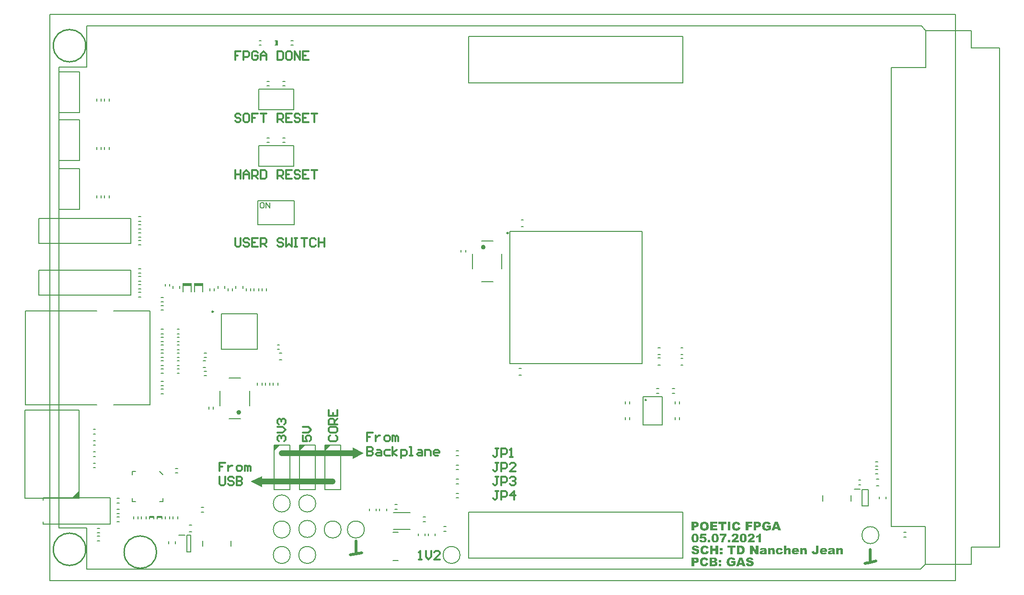
<source format=gto>
G04*
G04 #@! TF.GenerationSoftware,Altium Limited,Altium Designer,19.0.10 (269)*
G04*
G04 Layer_Color=65535*
%FSLAX44Y44*%
%MOMM*%
G71*
G01*
G75*
%ADD10C,0.1500*%
%ADD11C,0.4000*%
%ADD12C,0.2540*%
%ADD13C,0.2500*%
%ADD14C,0.5000*%
%ADD15C,0.2000*%
%ADD16C,1.0000*%
%ADD17C,0.1524*%
%ADD18C,0.3000*%
%ADD19R,1.4000X0.6250*%
G36*
X38500Y145500D02*
X51500D01*
X51500Y158500D01*
X38500Y145500D01*
D02*
G37*
G36*
X375000Y184600D02*
Y164600D01*
X355000Y174600D01*
X375000Y184600D01*
D02*
G37*
G36*
X396030Y238970D02*
X406190D01*
X396030Y228810D01*
X396030Y238970D01*
D02*
G37*
G36*
X441030Y239370D02*
X451190D01*
X441030Y229210D01*
X441030Y239370D01*
D02*
G37*
G36*
X486030D02*
X496190D01*
X486030Y229210D01*
X486030Y239370D01*
D02*
G37*
G36*
X555000Y225000D02*
X535000Y215000D01*
Y235000D01*
X555000Y225000D01*
D02*
G37*
G36*
X1267730Y103686D02*
X1268286Y103658D01*
X1268896Y103602D01*
X1269535Y103519D01*
X1270118Y103408D01*
X1270396Y103325D01*
X1270646Y103241D01*
X1270673D01*
X1270701Y103214D01*
X1270868Y103158D01*
X1271090Y103047D01*
X1271367Y102908D01*
X1271701Y102714D01*
X1272061Y102464D01*
X1272395Y102159D01*
X1272728Y101826D01*
X1272756Y101770D01*
X1272867Y101659D01*
X1273005Y101437D01*
X1273200Y101159D01*
X1273394Y100826D01*
X1273616Y100410D01*
X1273811Y99938D01*
X1273977Y99410D01*
X1269452Y98605D01*
Y98633D01*
X1269396Y98744D01*
X1269313Y98911D01*
X1269230Y99105D01*
X1269091Y99299D01*
X1268924Y99521D01*
X1268702Y99716D01*
X1268480Y99910D01*
X1268452Y99938D01*
X1268369Y99993D01*
X1268203Y100049D01*
X1268008Y100160D01*
X1267758Y100243D01*
X1267481Y100299D01*
X1267148Y100354D01*
X1266759Y100382D01*
X1266620D01*
X1266509Y100354D01*
X1266231Y100326D01*
X1265871Y100243D01*
X1265482Y100132D01*
X1265065Y99938D01*
X1264649Y99660D01*
X1264288Y99299D01*
X1264260Y99244D01*
X1264149Y99105D01*
X1264010Y98827D01*
X1263844Y98466D01*
X1263650Y97994D01*
X1263594Y97717D01*
X1263511Y97411D01*
X1263455Y97078D01*
X1263400Y96717D01*
X1263372Y96329D01*
Y95912D01*
Y95885D01*
Y95801D01*
Y95690D01*
X1263400Y95524D01*
Y95302D01*
X1263427Y95079D01*
X1263483Y94552D01*
X1263594Y93969D01*
X1263761Y93386D01*
X1263983Y92831D01*
X1264121Y92608D01*
X1264288Y92386D01*
X1264343Y92331D01*
X1264455Y92220D01*
X1264677Y92053D01*
X1264982Y91859D01*
X1265343Y91665D01*
X1265787Y91498D01*
X1266315Y91387D01*
X1266898Y91332D01*
X1267175D01*
X1267370Y91359D01*
X1267619Y91387D01*
X1267869Y91415D01*
X1268397Y91554D01*
X1268425D01*
X1268536Y91609D01*
X1268674Y91665D01*
X1268869Y91748D01*
X1269119Y91831D01*
X1269396Y91970D01*
X1269729Y92137D01*
X1270063Y92331D01*
Y93774D01*
X1266898D01*
Y96939D01*
X1274171D01*
Y90443D01*
X1274144Y90415D01*
X1274088Y90388D01*
X1273977Y90304D01*
X1273811Y90221D01*
X1273644Y90110D01*
X1273422Y89971D01*
X1272922Y89666D01*
X1272339Y89360D01*
X1271701Y89027D01*
X1271062Y88722D01*
X1270451Y88500D01*
X1270424D01*
X1270368Y88472D01*
X1270285Y88444D01*
X1270174Y88416D01*
X1270007Y88389D01*
X1269840Y88333D01*
X1269618Y88305D01*
X1269396Y88250D01*
X1268841Y88167D01*
X1268175Y88083D01*
X1267453Y88028D01*
X1266648Y88000D01*
X1266398D01*
X1266204Y88028D01*
X1265954D01*
X1265704Y88055D01*
X1265398Y88083D01*
X1265065Y88111D01*
X1264371Y88222D01*
X1263622Y88389D01*
X1262900Y88611D01*
X1262206Y88916D01*
X1262178D01*
X1262123Y88972D01*
X1262039Y89027D01*
X1261928Y89083D01*
X1261623Y89305D01*
X1261234Y89610D01*
X1260818Y89971D01*
X1260374Y90443D01*
X1259957Y90998D01*
X1259568Y91637D01*
Y91665D01*
X1259541Y91720D01*
X1259485Y91831D01*
X1259430Y91970D01*
X1259346Y92137D01*
X1259291Y92331D01*
X1259208Y92581D01*
X1259124Y92858D01*
X1259013Y93136D01*
X1258930Y93469D01*
X1258791Y94191D01*
X1258680Y94996D01*
X1258652Y95857D01*
Y95885D01*
Y95968D01*
Y96107D01*
X1258680Y96273D01*
Y96495D01*
X1258708Y96745D01*
X1258736Y97023D01*
X1258791Y97328D01*
X1258902Y97994D01*
X1259097Y98716D01*
X1259346Y99438D01*
X1259679Y100160D01*
Y100188D01*
X1259735Y100243D01*
X1259790Y100326D01*
X1259874Y100465D01*
X1260096Y100798D01*
X1260429Y101215D01*
X1260873Y101659D01*
X1261373Y102131D01*
X1261984Y102575D01*
X1262678Y102964D01*
X1262706D01*
X1262761Y102992D01*
X1262844Y103047D01*
X1262955Y103075D01*
X1263122Y103130D01*
X1263316Y103214D01*
X1263538Y103269D01*
X1263788Y103352D01*
X1264066Y103408D01*
X1264399Y103463D01*
X1264732Y103547D01*
X1265093Y103602D01*
X1265510Y103658D01*
X1265926Y103686D01*
X1266870Y103713D01*
X1267508D01*
X1267730Y103686D01*
D02*
G37*
G36*
X1213678D02*
X1213927D01*
X1214205Y103658D01*
X1214510Y103630D01*
X1214844Y103575D01*
X1215593Y103436D01*
X1216343Y103214D01*
X1217065Y102936D01*
X1217398Y102742D01*
X1217731Y102547D01*
X1217759D01*
X1217814Y102492D01*
X1217897Y102436D01*
X1218008Y102325D01*
X1218147Y102214D01*
X1218314Y102048D01*
X1218480Y101881D01*
X1218675Y101659D01*
X1218869Y101437D01*
X1219063Y101159D01*
X1219286Y100882D01*
X1219480Y100548D01*
X1219674Y100188D01*
X1219868Y99827D01*
X1220035Y99410D01*
X1220202Y98966D01*
X1216037Y98050D01*
Y98078D01*
X1216010Y98161D01*
X1215954Y98300D01*
X1215899Y98439D01*
X1215732Y98772D01*
X1215649Y98911D01*
X1215565Y99049D01*
X1215538Y99077D01*
X1215510Y99133D01*
X1215399Y99244D01*
X1215288Y99355D01*
X1214982Y99632D01*
X1214594Y99882D01*
X1214566Y99910D01*
X1214510Y99938D01*
X1214372Y99993D01*
X1214233Y100049D01*
X1214038Y100104D01*
X1213816Y100132D01*
X1213567Y100188D01*
X1213150D01*
X1213067Y100160D01*
X1212761Y100132D01*
X1212401Y100021D01*
X1212012Y99882D01*
X1211595Y99632D01*
X1211207Y99327D01*
X1211040Y99105D01*
X1210873Y98883D01*
X1210846Y98827D01*
X1210762Y98716D01*
X1210679Y98466D01*
X1210568Y98161D01*
X1210429Y97745D01*
X1210346Y97245D01*
X1210263Y96634D01*
X1210235Y95912D01*
Y95885D01*
Y95801D01*
Y95662D01*
Y95496D01*
X1210263Y95302D01*
Y95052D01*
X1210318Y94524D01*
X1210429Y93969D01*
X1210540Y93386D01*
X1210735Y92858D01*
X1210846Y92636D01*
X1210985Y92442D01*
X1211012Y92414D01*
X1211123Y92303D01*
X1211318Y92164D01*
X1211540Y91998D01*
X1211845Y91803D01*
X1212234Y91665D01*
X1212650Y91554D01*
X1213150Y91526D01*
X1213372D01*
X1213622Y91554D01*
X1213927Y91609D01*
X1214260Y91720D01*
X1214594Y91831D01*
X1214927Y92025D01*
X1215204Y92275D01*
X1215232Y92303D01*
X1215315Y92414D01*
X1215454Y92581D01*
X1215593Y92831D01*
X1215760Y93136D01*
X1215926Y93525D01*
X1216093Y93969D01*
X1216232Y94496D01*
X1220340Y93219D01*
Y93191D01*
X1220313Y93136D01*
X1220285Y93053D01*
X1220257Y92942D01*
X1220174Y92608D01*
X1220007Y92220D01*
X1219841Y91748D01*
X1219591Y91276D01*
X1219341Y90804D01*
X1219008Y90332D01*
X1218980Y90276D01*
X1218841Y90138D01*
X1218647Y89943D01*
X1218397Y89666D01*
X1218064Y89388D01*
X1217703Y89110D01*
X1217259Y88833D01*
X1216787Y88583D01*
X1216759D01*
X1216731Y88555D01*
X1216648Y88527D01*
X1216565Y88500D01*
X1216259Y88389D01*
X1215871Y88305D01*
X1215399Y88194D01*
X1214816Y88083D01*
X1214149Y88028D01*
X1213428Y88000D01*
X1213011D01*
X1212789Y88028D01*
X1212567D01*
X1212289Y88055D01*
X1211984Y88083D01*
X1211346Y88167D01*
X1210651Y88305D01*
X1209985Y88472D01*
X1209347Y88694D01*
X1209319D01*
X1209291Y88722D01*
X1209208Y88777D01*
X1209097Y88833D01*
X1208791Y89027D01*
X1208430Y89277D01*
X1208014Y89638D01*
X1207542Y90054D01*
X1207098Y90582D01*
X1206654Y91220D01*
Y91248D01*
X1206598Y91304D01*
X1206543Y91415D01*
X1206487Y91553D01*
X1206404Y91720D01*
X1206293Y91942D01*
X1206182Y92192D01*
X1206098Y92498D01*
X1205987Y92803D01*
X1205876Y93164D01*
X1205793Y93552D01*
X1205682Y93969D01*
X1205627Y94413D01*
X1205571Y94885D01*
X1205515Y95884D01*
Y95940D01*
Y96051D01*
X1205543Y96245D01*
Y96495D01*
X1205571Y96828D01*
X1205627Y97189D01*
X1205682Y97578D01*
X1205765Y98022D01*
X1205876Y98494D01*
X1206015Y98966D01*
X1206154Y99438D01*
X1206348Y99938D01*
X1206598Y100410D01*
X1206848Y100854D01*
X1207153Y101298D01*
X1207514Y101687D01*
X1207542Y101714D01*
X1207598Y101770D01*
X1207736Y101881D01*
X1207875Y101992D01*
X1208097Y102159D01*
X1208347Y102325D01*
X1208625Y102520D01*
X1208986Y102714D01*
X1209347Y102880D01*
X1209791Y103075D01*
X1210263Y103241D01*
X1210762Y103408D01*
X1211318Y103519D01*
X1211901Y103630D01*
X1212539Y103686D01*
X1213206Y103713D01*
X1213483D01*
X1213678Y103686D01*
D02*
G37*
G36*
X1291995Y88250D02*
X1287053D01*
X1286303Y90749D01*
X1280973D01*
X1280224Y88250D01*
X1275421D01*
X1281112Y103463D01*
X1286276D01*
X1291995Y88250D01*
D02*
G37*
G36*
X1252073Y103436D02*
X1252295D01*
X1252545Y103408D01*
X1253100Y103325D01*
X1253711Y103158D01*
X1254349Y102936D01*
X1254960Y102658D01*
X1255238Y102464D01*
X1255487Y102242D01*
X1255515D01*
X1255543Y102186D01*
X1255599Y102103D01*
X1255682Y102020D01*
X1255904Y101742D01*
X1256126Y101354D01*
X1256348Y100854D01*
X1256570Y100271D01*
X1256709Y99577D01*
X1256765Y99216D01*
Y98799D01*
Y98772D01*
Y98688D01*
Y98577D01*
X1256737Y98411D01*
Y98216D01*
X1256681Y97994D01*
X1256598Y97495D01*
X1256431Y96912D01*
X1256181Y96301D01*
X1256015Y95996D01*
X1255848Y95718D01*
X1255626Y95440D01*
X1255376Y95190D01*
X1255349D01*
X1255321Y95135D01*
X1255238Y95079D01*
X1255126Y94996D01*
X1254960Y94885D01*
X1254793Y94774D01*
X1254571Y94663D01*
X1254321Y94552D01*
X1254044Y94441D01*
X1253738Y94330D01*
X1253378Y94219D01*
X1252989Y94108D01*
X1252572Y94024D01*
X1252128Y93969D01*
X1251656Y93941D01*
X1251129Y93913D01*
X1248575D01*
Y88250D01*
X1243855D01*
Y103463D01*
X1251906D01*
X1252073Y103436D01*
D02*
G37*
G36*
X1241356Y100188D02*
X1234444D01*
Y97550D01*
X1240357D01*
Y94469D01*
X1234444D01*
Y88250D01*
X1229724D01*
Y103463D01*
X1241356D01*
Y100188D01*
D02*
G37*
G36*
X1202711Y88250D02*
X1197992D01*
Y103463D01*
X1202711D01*
Y88250D01*
D02*
G37*
G36*
X1195660Y99716D02*
X1190857D01*
Y88250D01*
X1186165D01*
Y99716D01*
X1181362D01*
Y103463D01*
X1195660D01*
Y99716D01*
D02*
G37*
G36*
X1179697Y100215D02*
X1171812D01*
Y97800D01*
X1179114D01*
Y94691D01*
X1171812D01*
Y91692D01*
X1179919D01*
Y88250D01*
X1167093D01*
Y103463D01*
X1179697D01*
Y100215D01*
D02*
G37*
G36*
X1142218Y103436D02*
X1142440D01*
X1142690Y103408D01*
X1143245Y103325D01*
X1143856Y103158D01*
X1144494Y102936D01*
X1145105Y102658D01*
X1145383Y102464D01*
X1145632Y102242D01*
X1145660D01*
X1145688Y102186D01*
X1145743Y102103D01*
X1145827Y102020D01*
X1146049Y101742D01*
X1146271Y101354D01*
X1146493Y100854D01*
X1146715Y100271D01*
X1146854Y99577D01*
X1146909Y99216D01*
Y98799D01*
Y98772D01*
Y98688D01*
Y98577D01*
X1146882Y98411D01*
Y98216D01*
X1146826Y97994D01*
X1146743Y97495D01*
X1146576Y96912D01*
X1146326Y96301D01*
X1146160Y95996D01*
X1145993Y95718D01*
X1145771Y95440D01*
X1145521Y95190D01*
X1145494D01*
X1145466Y95135D01*
X1145383Y95079D01*
X1145272Y94996D01*
X1145105Y94885D01*
X1144938Y94774D01*
X1144716Y94663D01*
X1144466Y94552D01*
X1144189Y94441D01*
X1143883Y94330D01*
X1143522Y94219D01*
X1143134Y94108D01*
X1142717Y94024D01*
X1142273Y93969D01*
X1141801Y93941D01*
X1141274Y93913D01*
X1138720D01*
Y88250D01*
X1134000D01*
Y103463D01*
X1142051D01*
X1142218Y103436D01*
D02*
G37*
G36*
X1157265Y103686D02*
X1157598Y103658D01*
X1157959Y103602D01*
X1158375Y103547D01*
X1158792Y103463D01*
X1159264Y103352D01*
X1159736Y103214D01*
X1160235Y103047D01*
X1160707Y102853D01*
X1161179Y102603D01*
X1161651Y102325D01*
X1162068Y102020D01*
X1162484Y101659D01*
X1162512Y101631D01*
X1162567Y101576D01*
X1162678Y101437D01*
X1162817Y101298D01*
X1162956Y101076D01*
X1163150Y100826D01*
X1163345Y100521D01*
X1163539Y100188D01*
X1163733Y99799D01*
X1163900Y99382D01*
X1164094Y98911D01*
X1164233Y98411D01*
X1164372Y97856D01*
X1164483Y97273D01*
X1164538Y96634D01*
X1164566Y95968D01*
Y95940D01*
Y95857D01*
Y95718D01*
Y95524D01*
X1164538Y95301D01*
X1164511Y95024D01*
X1164483Y94746D01*
X1164455Y94413D01*
X1164344Y93719D01*
X1164177Y92997D01*
X1163955Y92275D01*
X1163650Y91581D01*
Y91553D01*
X1163622Y91498D01*
X1163567Y91415D01*
X1163484Y91304D01*
X1163289Y90998D01*
X1162984Y90610D01*
X1162623Y90193D01*
X1162179Y89749D01*
X1161679Y89333D01*
X1161068Y88944D01*
X1161040D01*
X1160985Y88916D01*
X1160902Y88861D01*
X1160763Y88805D01*
X1160596Y88722D01*
X1160402Y88638D01*
X1160180Y88555D01*
X1159902Y88472D01*
X1159597Y88389D01*
X1159291Y88305D01*
X1158570Y88139D01*
X1157737Y88028D01*
X1156821Y88000D01*
X1156404D01*
X1156182Y88028D01*
X1155932Y88055D01*
X1155655D01*
X1155321Y88111D01*
X1154655Y88194D01*
X1153961Y88333D01*
X1153239Y88527D01*
X1152573Y88805D01*
X1152545D01*
X1152490Y88833D01*
X1152406Y88888D01*
X1152295Y88972D01*
X1151990Y89166D01*
X1151601Y89444D01*
X1151157Y89777D01*
X1150713Y90249D01*
X1150241Y90776D01*
X1149825Y91387D01*
Y91415D01*
X1149769Y91470D01*
X1149741Y91581D01*
X1149658Y91720D01*
X1149575Y91887D01*
X1149491Y92081D01*
X1149408Y92331D01*
X1149325Y92608D01*
X1149214Y92914D01*
X1149130Y93247D01*
X1149047Y93608D01*
X1148964Y94024D01*
X1148853Y94885D01*
X1148797Y95829D01*
Y95884D01*
Y95996D01*
X1148825Y96190D01*
Y96440D01*
X1148853Y96745D01*
X1148908Y97106D01*
X1148964Y97522D01*
X1149047Y97939D01*
X1149158Y98411D01*
X1149297Y98883D01*
X1149464Y99355D01*
X1149658Y99854D01*
X1149908Y100326D01*
X1150185Y100798D01*
X1150491Y101215D01*
X1150852Y101631D01*
X1150879Y101659D01*
X1150963Y101714D01*
X1151074Y101826D01*
X1151240Y101964D01*
X1151462Y102103D01*
X1151712Y102297D01*
X1152018Y102492D01*
X1152351Y102686D01*
X1152739Y102880D01*
X1153184Y103047D01*
X1153656Y103241D01*
X1154183Y103380D01*
X1154738Y103519D01*
X1155349Y103630D01*
X1155988Y103686D01*
X1156654Y103713D01*
X1157015D01*
X1157265Y103686D01*
D02*
G37*
G36*
X1237581Y40686D02*
X1237831D01*
X1238108Y40658D01*
X1238414Y40630D01*
X1238747Y40574D01*
X1239469Y40436D01*
X1240218Y40241D01*
X1240912Y39964D01*
X1241245Y39797D01*
X1241551Y39603D01*
X1241579D01*
X1241606Y39547D01*
X1241801Y39409D01*
X1242050Y39131D01*
X1242356Y38770D01*
X1242522Y38548D01*
X1242661Y38298D01*
X1242828Y37993D01*
X1242967Y37687D01*
X1243105Y37354D01*
X1243216Y36993D01*
X1243300Y36577D01*
X1243383Y36160D01*
X1238941Y35910D01*
Y35966D01*
X1238913Y36077D01*
X1238858Y36271D01*
X1238774Y36493D01*
X1238663Y36716D01*
X1238552Y36965D01*
X1238386Y37215D01*
X1238192Y37410D01*
X1238164Y37437D01*
X1238081Y37493D01*
X1237969Y37548D01*
X1237803Y37659D01*
X1237581Y37743D01*
X1237303Y37798D01*
X1236998Y37854D01*
X1236637Y37882D01*
X1236498D01*
X1236359Y37854D01*
X1236165Y37826D01*
X1235748Y37743D01*
X1235554Y37632D01*
X1235387Y37521D01*
X1235360Y37493D01*
X1235332Y37465D01*
X1235193Y37299D01*
X1235054Y37021D01*
X1235027Y36854D01*
X1234999Y36688D01*
Y36660D01*
Y36632D01*
X1235054Y36466D01*
X1235138Y36244D01*
X1235221Y36133D01*
X1235332Y36021D01*
X1235360D01*
X1235415Y35966D01*
X1235499Y35910D01*
X1235665Y35827D01*
X1235860Y35744D01*
X1236137Y35661D01*
X1236470Y35550D01*
X1236887Y35466D01*
X1236914D01*
X1237026Y35438D01*
X1237192Y35411D01*
X1237386Y35355D01*
X1237636Y35300D01*
X1237942Y35216D01*
X1238275Y35133D01*
X1238608Y35050D01*
X1239330Y34855D01*
X1240079Y34606D01*
X1240746Y34356D01*
X1241051Y34245D01*
X1241329Y34106D01*
X1241356D01*
X1241384Y34078D01*
X1241551Y33995D01*
X1241773Y33856D01*
X1242078Y33662D01*
X1242384Y33412D01*
X1242717Y33134D01*
X1243022Y32801D01*
X1243272Y32440D01*
X1243300Y32385D01*
X1243355Y32274D01*
X1243466Y32051D01*
X1243577Y31774D01*
X1243688Y31441D01*
X1243800Y31080D01*
X1243855Y30636D01*
X1243883Y30192D01*
Y30164D01*
Y30136D01*
Y30053D01*
Y29942D01*
X1243827Y29664D01*
X1243772Y29303D01*
X1243688Y28887D01*
X1243522Y28415D01*
X1243327Y27943D01*
X1243050Y27471D01*
X1243022Y27415D01*
X1242911Y27276D01*
X1242717Y27054D01*
X1242467Y26777D01*
X1242134Y26471D01*
X1241745Y26166D01*
X1241301Y25888D01*
X1240773Y25611D01*
X1240746D01*
X1240718Y25583D01*
X1240635Y25555D01*
X1240524Y25527D01*
X1240385Y25472D01*
X1240190Y25416D01*
X1239996Y25361D01*
X1239774Y25305D01*
X1239247Y25194D01*
X1238608Y25083D01*
X1237914Y25028D01*
X1237109Y25000D01*
X1236748D01*
X1236470Y25028D01*
X1236165Y25055D01*
X1235804Y25083D01*
X1235415Y25111D01*
X1234971Y25194D01*
X1234083Y25361D01*
X1233194Y25611D01*
X1232778Y25777D01*
X1232389Y25999D01*
X1232028Y26221D01*
X1231723Y26471D01*
X1231695Y26499D01*
X1231667Y26555D01*
X1231584Y26638D01*
X1231501Y26749D01*
X1231390Y26888D01*
X1231251Y27054D01*
X1231112Y27276D01*
X1230973Y27499D01*
X1230668Y28054D01*
X1230390Y28720D01*
X1230196Y29442D01*
X1230113Y29858D01*
X1230057Y30275D01*
X1234527Y30580D01*
Y30525D01*
X1234555Y30386D01*
X1234582Y30192D01*
X1234666Y29969D01*
X1234832Y29414D01*
X1234971Y29137D01*
X1235110Y28914D01*
X1235138Y28887D01*
X1235249Y28776D01*
X1235415Y28637D01*
X1235637Y28470D01*
X1235943Y28276D01*
X1236304Y28137D01*
X1236720Y28026D01*
X1237192Y27998D01*
X1237359D01*
X1237525Y28026D01*
X1237775Y28054D01*
X1238025Y28109D01*
X1238275Y28193D01*
X1238525Y28304D01*
X1238747Y28442D01*
X1238774Y28470D01*
X1238830Y28526D01*
X1238913Y28637D01*
X1239024Y28748D01*
X1239135Y28914D01*
X1239219Y29109D01*
X1239274Y29331D01*
X1239302Y29553D01*
Y29581D01*
Y29664D01*
X1239274Y29775D01*
X1239247Y29914D01*
X1239163Y30080D01*
X1239080Y30247D01*
X1238941Y30441D01*
X1238774Y30608D01*
X1238747Y30636D01*
X1238663Y30691D01*
X1238497Y30775D01*
X1238275Y30886D01*
X1237942Y31024D01*
X1237525Y31191D01*
X1237275Y31274D01*
X1236998Y31330D01*
X1236692Y31413D01*
X1236359Y31496D01*
X1236331D01*
X1236220Y31524D01*
X1236054Y31580D01*
X1235860Y31607D01*
X1235610Y31691D01*
X1235304Y31774D01*
X1234999Y31857D01*
X1234666Y31968D01*
X1233916Y32246D01*
X1233194Y32551D01*
X1232528Y32912D01*
X1232223Y33107D01*
X1231945Y33329D01*
Y33356D01*
X1231889Y33384D01*
X1231751Y33523D01*
X1231529Y33773D01*
X1231307Y34134D01*
X1231057Y34550D01*
X1230835Y35050D01*
X1230696Y35605D01*
X1230668Y35910D01*
X1230640Y36244D01*
Y36271D01*
Y36299D01*
Y36438D01*
X1230668Y36688D01*
X1230723Y36965D01*
X1230807Y37299D01*
X1230918Y37687D01*
X1231084Y38076D01*
X1231307Y38465D01*
X1231334Y38520D01*
X1231445Y38631D01*
X1231612Y38826D01*
X1231834Y39075D01*
X1232112Y39325D01*
X1232473Y39603D01*
X1232889Y39853D01*
X1233361Y40103D01*
X1233389D01*
X1233416Y40130D01*
X1233500Y40158D01*
X1233611Y40186D01*
X1233750Y40241D01*
X1233916Y40297D01*
X1234110Y40352D01*
X1234333Y40408D01*
X1234582Y40464D01*
X1234888Y40519D01*
X1235526Y40630D01*
X1236276Y40686D01*
X1237109Y40713D01*
X1237386D01*
X1237581Y40686D01*
D02*
G37*
G36*
X1205127Y40686D02*
X1205682Y40658D01*
X1206293Y40602D01*
X1206931Y40519D01*
X1207514Y40408D01*
X1207792Y40325D01*
X1208042Y40241D01*
X1208070D01*
X1208097Y40214D01*
X1208264Y40158D01*
X1208486Y40047D01*
X1208764Y39908D01*
X1209097Y39714D01*
X1209458Y39464D01*
X1209791Y39159D01*
X1210124Y38826D01*
X1210152Y38770D01*
X1210263Y38659D01*
X1210402Y38437D01*
X1210596Y38159D01*
X1210790Y37826D01*
X1211012Y37410D01*
X1211207Y36938D01*
X1211373Y36410D01*
X1206848Y35605D01*
Y35633D01*
X1206793Y35744D01*
X1206709Y35910D01*
X1206626Y36105D01*
X1206487Y36299D01*
X1206320Y36521D01*
X1206098Y36716D01*
X1205876Y36910D01*
X1205848Y36938D01*
X1205765Y36993D01*
X1205599Y37049D01*
X1205404Y37160D01*
X1205154Y37243D01*
X1204877Y37299D01*
X1204544Y37354D01*
X1204155Y37382D01*
X1204016D01*
X1203905Y37354D01*
X1203628Y37326D01*
X1203267Y37243D01*
X1202878Y37132D01*
X1202462Y36938D01*
X1202045Y36660D01*
X1201684Y36299D01*
X1201656Y36244D01*
X1201545Y36105D01*
X1201407Y35827D01*
X1201240Y35466D01*
X1201046Y34994D01*
X1200990Y34717D01*
X1200907Y34411D01*
X1200851Y34078D01*
X1200796Y33717D01*
X1200768Y33329D01*
Y32912D01*
Y32884D01*
Y32801D01*
Y32690D01*
X1200796Y32524D01*
Y32301D01*
X1200824Y32079D01*
X1200879Y31552D01*
X1200990Y30969D01*
X1201157Y30386D01*
X1201379Y29831D01*
X1201518Y29608D01*
X1201684Y29386D01*
X1201740Y29331D01*
X1201851Y29220D01*
X1202073Y29053D01*
X1202378Y28859D01*
X1202739Y28665D01*
X1203183Y28498D01*
X1203711Y28387D01*
X1204294Y28331D01*
X1204572D01*
X1204766Y28359D01*
X1205016Y28387D01*
X1205266Y28415D01*
X1205793Y28554D01*
X1205821D01*
X1205932Y28609D01*
X1206071Y28665D01*
X1206265Y28748D01*
X1206515Y28831D01*
X1206793Y28970D01*
X1207126Y29137D01*
X1207459Y29331D01*
Y30775D01*
X1204294Y30775D01*
Y33939D01*
X1211568Y33939D01*
Y27443D01*
X1211540Y27415D01*
X1211484Y27387D01*
X1211373Y27304D01*
X1211207Y27221D01*
X1211040Y27110D01*
X1210818Y26971D01*
X1210318Y26666D01*
X1209735Y26360D01*
X1209097Y26027D01*
X1208458Y25722D01*
X1207847Y25500D01*
X1207820D01*
X1207764Y25472D01*
X1207681Y25444D01*
X1207570Y25416D01*
X1207403Y25389D01*
X1207237Y25333D01*
X1207015Y25305D01*
X1206793Y25250D01*
X1206237Y25166D01*
X1205571Y25083D01*
X1204849Y25028D01*
X1204044Y25000D01*
X1203794D01*
X1203600Y25028D01*
X1203350D01*
X1203100Y25055D01*
X1202795Y25083D01*
X1202462Y25111D01*
X1201768Y25222D01*
X1201018Y25389D01*
X1200296Y25611D01*
X1199602Y25916D01*
X1199574D01*
X1199519Y25972D01*
X1199436Y26027D01*
X1199324Y26083D01*
X1199019Y26305D01*
X1198630Y26610D01*
X1198214Y26971D01*
X1197770Y27443D01*
X1197353Y27998D01*
X1196965Y28637D01*
Y28665D01*
X1196937Y28720D01*
X1196881Y28831D01*
X1196826Y28970D01*
X1196742Y29137D01*
X1196687Y29331D01*
X1196604Y29581D01*
X1196520Y29858D01*
X1196409Y30136D01*
X1196326Y30469D01*
X1196187Y31191D01*
X1196076Y31996D01*
X1196049Y32857D01*
Y32884D01*
Y32968D01*
Y33107D01*
X1196076Y33273D01*
Y33495D01*
X1196104Y33745D01*
X1196132Y34023D01*
X1196187Y34328D01*
X1196298Y34994D01*
X1196493Y35716D01*
X1196742Y36438D01*
X1197076Y37160D01*
Y37188D01*
X1197131Y37243D01*
X1197187Y37326D01*
X1197270Y37465D01*
X1197492Y37798D01*
X1197825Y38215D01*
X1198270Y38659D01*
X1198769Y39131D01*
X1199380Y39575D01*
X1200074Y39964D01*
X1200102D01*
X1200157Y39992D01*
X1200241Y40047D01*
X1200352Y40075D01*
X1200518Y40130D01*
X1200713Y40214D01*
X1200935Y40269D01*
X1201184Y40352D01*
X1201462Y40408D01*
X1201795Y40464D01*
X1202128Y40547D01*
X1202489Y40602D01*
X1202906Y40658D01*
X1203322Y40686D01*
X1204266Y40713D01*
X1204905D01*
X1205127Y40686D01*
D02*
G37*
G36*
X1156987D02*
X1157237D01*
X1157515Y40658D01*
X1157820Y40630D01*
X1158153Y40574D01*
X1158903Y40436D01*
X1159652Y40214D01*
X1160374Y39936D01*
X1160707Y39742D01*
X1161040Y39547D01*
X1161068D01*
X1161124Y39492D01*
X1161207Y39436D01*
X1161318Y39325D01*
X1161457Y39214D01*
X1161623Y39048D01*
X1161790Y38881D01*
X1161984Y38659D01*
X1162179Y38437D01*
X1162373Y38159D01*
X1162595Y37882D01*
X1162789Y37548D01*
X1162984Y37188D01*
X1163178Y36827D01*
X1163345Y36410D01*
X1163511Y35966D01*
X1159347Y35050D01*
Y35078D01*
X1159319Y35161D01*
X1159264Y35300D01*
X1159208Y35438D01*
X1159042Y35772D01*
X1158958Y35910D01*
X1158875Y36049D01*
X1158847Y36077D01*
X1158819Y36133D01*
X1158708Y36244D01*
X1158597Y36355D01*
X1158292Y36632D01*
X1157903Y36882D01*
X1157876Y36910D01*
X1157820Y36938D01*
X1157681Y36993D01*
X1157542Y37049D01*
X1157348Y37104D01*
X1157126Y37132D01*
X1156876Y37188D01*
X1156460D01*
X1156376Y37160D01*
X1156071Y37132D01*
X1155710Y37021D01*
X1155321Y36882D01*
X1154905Y36632D01*
X1154516Y36327D01*
X1154350Y36105D01*
X1154183Y35883D01*
X1154155Y35827D01*
X1154072Y35716D01*
X1153989Y35466D01*
X1153878Y35161D01*
X1153739Y34745D01*
X1153656Y34245D01*
X1153572Y33634D01*
X1153545Y32912D01*
Y32884D01*
Y32801D01*
Y32662D01*
Y32496D01*
X1153572Y32301D01*
Y32051D01*
X1153628Y31524D01*
X1153739Y30969D01*
X1153850Y30386D01*
X1154044Y29858D01*
X1154155Y29636D01*
X1154294Y29442D01*
X1154322Y29414D01*
X1154433Y29303D01*
X1154627Y29164D01*
X1154849Y28998D01*
X1155155Y28803D01*
X1155543Y28665D01*
X1155960Y28554D01*
X1156460Y28526D01*
X1156682D01*
X1156932Y28554D01*
X1157237Y28609D01*
X1157570Y28720D01*
X1157903Y28831D01*
X1158236Y29025D01*
X1158514Y29275D01*
X1158542Y29303D01*
X1158625Y29414D01*
X1158764Y29581D01*
X1158903Y29831D01*
X1159069Y30136D01*
X1159236Y30525D01*
X1159402Y30969D01*
X1159541Y31496D01*
X1163650Y30219D01*
Y30192D01*
X1163622Y30136D01*
X1163595Y30053D01*
X1163567Y29942D01*
X1163483Y29608D01*
X1163317Y29220D01*
X1163150Y28748D01*
X1162900Y28276D01*
X1162651Y27804D01*
X1162317Y27332D01*
X1162290Y27276D01*
X1162151Y27138D01*
X1161956Y26943D01*
X1161707Y26666D01*
X1161374Y26388D01*
X1161013Y26110D01*
X1160568Y25833D01*
X1160096Y25583D01*
X1160069D01*
X1160041Y25555D01*
X1159958Y25527D01*
X1159874Y25500D01*
X1159569Y25389D01*
X1159180Y25305D01*
X1158708Y25194D01*
X1158125Y25083D01*
X1157459Y25028D01*
X1156737Y25000D01*
X1156321D01*
X1156099Y25028D01*
X1155877D01*
X1155599Y25055D01*
X1155294Y25083D01*
X1154655Y25166D01*
X1153961Y25305D01*
X1153295Y25472D01*
X1152656Y25694D01*
X1152628D01*
X1152601Y25722D01*
X1152517Y25777D01*
X1152406Y25833D01*
X1152101Y26027D01*
X1151740Y26277D01*
X1151324Y26638D01*
X1150852Y27054D01*
X1150407Y27582D01*
X1149963Y28220D01*
Y28248D01*
X1149908Y28304D01*
X1149852Y28415D01*
X1149797Y28554D01*
X1149713Y28720D01*
X1149602Y28942D01*
X1149491Y29192D01*
X1149408Y29497D01*
X1149297Y29803D01*
X1149186Y30164D01*
X1149103Y30552D01*
X1148992Y30969D01*
X1148936Y31413D01*
X1148880Y31885D01*
X1148825Y32884D01*
Y32940D01*
Y33051D01*
X1148853Y33245D01*
Y33495D01*
X1148880Y33828D01*
X1148936Y34189D01*
X1148992Y34578D01*
X1149075Y35022D01*
X1149186Y35494D01*
X1149325Y35966D01*
X1149464Y36438D01*
X1149658Y36938D01*
X1149908Y37410D01*
X1150158Y37854D01*
X1150463Y38298D01*
X1150824Y38687D01*
X1150852Y38714D01*
X1150907Y38770D01*
X1151046Y38881D01*
X1151185Y38992D01*
X1151407Y39159D01*
X1151657Y39325D01*
X1151934Y39520D01*
X1152295Y39714D01*
X1152656Y39880D01*
X1153100Y40075D01*
X1153572Y40241D01*
X1154072Y40408D01*
X1154627Y40519D01*
X1155210Y40630D01*
X1155849Y40686D01*
X1156515Y40713D01*
X1156793D01*
X1156987Y40686D01*
D02*
G37*
G36*
X1186720Y32024D02*
X1182195D01*
Y36271D01*
X1186720D01*
Y32024D01*
D02*
G37*
G36*
X1229391Y25250D02*
X1224449D01*
X1223700Y27748D01*
X1218369D01*
X1217620Y25250D01*
X1212817D01*
X1218508Y40464D01*
X1223672D01*
X1229391Y25250D01*
D02*
G37*
G36*
X1186720Y25250D02*
X1182195D01*
Y29497D01*
X1186720D01*
Y25250D01*
D02*
G37*
G36*
X1175088Y40436D02*
X1175282D01*
X1175477Y40408D01*
X1175976Y40325D01*
X1176532Y40186D01*
X1177087Y39992D01*
X1177614Y39714D01*
X1178114Y39353D01*
X1178142D01*
X1178170Y39297D01*
X1178308Y39159D01*
X1178503Y38937D01*
X1178725Y38603D01*
X1178919Y38215D01*
X1179113Y37771D01*
X1179252Y37243D01*
X1179308Y36965D01*
Y36660D01*
Y36632D01*
Y36604D01*
Y36438D01*
X1179252Y36188D01*
X1179197Y35883D01*
X1179086Y35522D01*
X1178947Y35133D01*
X1178725Y34745D01*
X1178447Y34356D01*
X1178419Y34328D01*
X1178336Y34245D01*
X1178225Y34134D01*
X1178031Y33995D01*
X1177809Y33828D01*
X1177531Y33662D01*
X1177198Y33495D01*
X1176809Y33329D01*
X1176837D01*
X1176893Y33301D01*
X1176976D01*
X1177087Y33245D01*
X1177365Y33162D01*
X1177725Y33023D01*
X1178114Y32829D01*
X1178531Y32579D01*
X1178891Y32301D01*
X1179225Y31968D01*
X1179252Y31913D01*
X1179336Y31802D01*
X1179474Y31580D01*
X1179613Y31302D01*
X1179752Y30969D01*
X1179891Y30552D01*
X1179974Y30080D01*
X1180002Y29553D01*
Y29497D01*
Y29359D01*
X1179974Y29137D01*
X1179946Y28859D01*
X1179863Y28526D01*
X1179780Y28165D01*
X1179641Y27804D01*
X1179447Y27443D01*
X1179419Y27415D01*
X1179336Y27276D01*
X1179225Y27110D01*
X1179058Y26916D01*
X1178836Y26666D01*
X1178558Y26416D01*
X1178253Y26166D01*
X1177920Y25944D01*
X1177892D01*
X1177809Y25888D01*
X1177670Y25833D01*
X1177476Y25749D01*
X1177226Y25666D01*
X1176920Y25583D01*
X1176559Y25527D01*
X1176143Y25444D01*
X1176087D01*
X1176004Y25416D01*
X1175893D01*
X1175615Y25389D01*
X1175282Y25361D01*
X1174921Y25305D01*
X1174588Y25278D01*
X1174283Y25250D01*
X1165927D01*
Y40464D01*
X1174949D01*
X1175088Y40436D01*
D02*
G37*
G36*
X1142218D02*
X1142440D01*
X1142690Y40408D01*
X1143245Y40325D01*
X1143856Y40158D01*
X1144494Y39936D01*
X1145105Y39658D01*
X1145383Y39464D01*
X1145632Y39242D01*
X1145660D01*
X1145688Y39186D01*
X1145743Y39103D01*
X1145827Y39020D01*
X1146049Y38742D01*
X1146271Y38354D01*
X1146493Y37854D01*
X1146715Y37271D01*
X1146854Y36577D01*
X1146909Y36216D01*
Y35799D01*
Y35772D01*
Y35688D01*
Y35577D01*
X1146882Y35411D01*
Y35216D01*
X1146826Y34994D01*
X1146743Y34495D01*
X1146576Y33912D01*
X1146326Y33301D01*
X1146160Y32995D01*
X1145993Y32718D01*
X1145771Y32440D01*
X1145521Y32190D01*
X1145493D01*
X1145466Y32135D01*
X1145383Y32079D01*
X1145271Y31996D01*
X1145105Y31885D01*
X1144938Y31774D01*
X1144716Y31663D01*
X1144466Y31552D01*
X1144189Y31441D01*
X1143883Y31330D01*
X1143522Y31219D01*
X1143134Y31108D01*
X1142717Y31024D01*
X1142273Y30969D01*
X1141801Y30941D01*
X1141274Y30913D01*
X1138719D01*
Y25250D01*
X1134000D01*
Y40464D01*
X1142051D01*
X1142218Y40436D01*
D02*
G37*
G36*
X1159958Y79076D02*
X1153128D01*
X1152767Y76800D01*
X1152795Y76828D01*
X1152878Y76856D01*
X1153045Y76911D01*
X1153211Y76994D01*
X1153434Y77078D01*
X1153683Y77161D01*
X1154183Y77300D01*
X1154211D01*
X1154294Y77327D01*
X1154433Y77355D01*
X1154627Y77383D01*
X1154822Y77411D01*
X1155044Y77439D01*
X1155544Y77466D01*
X1155766D01*
X1155932Y77439D01*
X1156126D01*
X1156349Y77383D01*
X1156848Y77300D01*
X1157459Y77133D01*
X1158070Y76883D01*
X1158375Y76717D01*
X1158681Y76550D01*
X1158958Y76328D01*
X1159236Y76078D01*
X1159264Y76050D01*
X1159291Y76023D01*
X1159375Y75939D01*
X1159458Y75828D01*
X1159569Y75690D01*
X1159680Y75523D01*
X1159958Y75134D01*
X1160235Y74634D01*
X1160457Y74024D01*
X1160624Y73358D01*
X1160652Y72997D01*
X1160679Y72608D01*
Y72580D01*
Y72552D01*
Y72469D01*
Y72358D01*
X1160652Y72080D01*
X1160596Y71692D01*
X1160485Y71275D01*
X1160374Y70803D01*
X1160180Y70276D01*
X1159930Y69776D01*
Y69748D01*
X1159902Y69721D01*
X1159791Y69554D01*
X1159624Y69304D01*
X1159402Y68999D01*
X1159097Y68666D01*
X1158736Y68333D01*
X1158320Y67999D01*
X1157848Y67694D01*
X1157820D01*
X1157792Y67666D01*
X1157709Y67639D01*
X1157598Y67583D01*
X1157487Y67527D01*
X1157320Y67472D01*
X1156932Y67361D01*
X1156432Y67222D01*
X1155821Y67111D01*
X1155155Y67028D01*
X1154405Y67000D01*
X1154155D01*
X1153878Y67028D01*
X1153517D01*
X1153128Y67056D01*
X1152684Y67111D01*
X1152240Y67194D01*
X1151823Y67278D01*
X1151768Y67305D01*
X1151657Y67333D01*
X1151462Y67389D01*
X1151213Y67500D01*
X1150907Y67611D01*
X1150602Y67750D01*
X1149991Y68110D01*
X1149963Y68138D01*
X1149880Y68222D01*
X1149741Y68333D01*
X1149547Y68499D01*
X1149352Y68666D01*
X1149158Y68888D01*
X1148770Y69387D01*
X1148742Y69415D01*
X1148686Y69526D01*
X1148603Y69665D01*
X1148520Y69887D01*
X1148381Y70137D01*
X1148270Y70443D01*
X1148131Y70803D01*
X1148020Y71192D01*
X1152295Y71664D01*
Y71609D01*
X1152323Y71497D01*
X1152379Y71303D01*
X1152434Y71081D01*
X1152517Y70831D01*
X1152656Y70581D01*
X1152795Y70331D01*
X1152989Y70109D01*
X1153017Y70082D01*
X1153100Y70026D01*
X1153211Y69943D01*
X1153378Y69859D01*
X1153572Y69748D01*
X1153822Y69665D01*
X1154100Y69610D01*
X1154377Y69582D01*
X1154516D01*
X1154683Y69610D01*
X1154905Y69665D01*
X1155127Y69748D01*
X1155377Y69859D01*
X1155627Y70026D01*
X1155849Y70248D01*
X1155877Y70276D01*
X1155932Y70387D01*
X1156043Y70526D01*
X1156154Y70748D01*
X1156237Y71026D01*
X1156349Y71359D01*
X1156404Y71747D01*
X1156432Y72219D01*
Y72247D01*
Y72275D01*
Y72441D01*
X1156404Y72691D01*
X1156349Y72969D01*
X1156293Y73302D01*
X1156182Y73635D01*
X1156043Y73941D01*
X1155849Y74218D01*
X1155821Y74246D01*
X1155738Y74329D01*
X1155627Y74412D01*
X1155432Y74551D01*
X1155210Y74662D01*
X1154960Y74746D01*
X1154627Y74829D01*
X1154294Y74857D01*
X1154183D01*
X1154072Y74829D01*
X1153905D01*
X1153545Y74718D01*
X1153323Y74662D01*
X1153100Y74551D01*
X1153073D01*
X1153017Y74496D01*
X1152934Y74440D01*
X1152823Y74357D01*
X1152684Y74246D01*
X1152517Y74107D01*
X1152351Y73941D01*
X1152157Y73746D01*
X1148575Y74274D01*
X1149908Y82464D01*
X1159958D01*
Y79076D01*
D02*
G37*
G36*
X1257070Y67250D02*
X1252794D01*
Y77355D01*
X1252739Y77327D01*
X1252628Y77217D01*
X1252406Y77078D01*
X1252156Y76883D01*
X1251851Y76689D01*
X1251490Y76467D01*
X1251129Y76245D01*
X1250768Y76050D01*
X1250712Y76023D01*
X1250601Y75967D01*
X1250379Y75884D01*
X1250101Y75773D01*
X1249741Y75634D01*
X1249352Y75467D01*
X1248880Y75329D01*
X1248353Y75162D01*
Y78605D01*
X1248380D01*
X1248436Y78632D01*
X1248547Y78688D01*
X1248713Y78716D01*
X1248880Y78799D01*
X1249102Y78882D01*
X1249574Y79076D01*
X1250101Y79326D01*
X1250657Y79604D01*
X1251212Y79909D01*
X1251684Y80270D01*
X1251712D01*
X1251740Y80326D01*
X1251878Y80437D01*
X1252100Y80659D01*
X1252378Y80964D01*
X1252683Y81298D01*
X1252989Y81714D01*
X1253294Y82186D01*
X1253572Y82713D01*
X1257070D01*
Y67250D01*
D02*
G37*
G36*
X1239968Y82686D02*
X1240190D01*
X1240690Y82658D01*
X1241245Y82575D01*
X1241828Y82491D01*
X1242384Y82353D01*
X1242883Y82186D01*
X1242911D01*
X1242939Y82158D01*
X1243078Y82103D01*
X1243327Y81964D01*
X1243605Y81797D01*
X1243911Y81575D01*
X1244244Y81325D01*
X1244577Y80992D01*
X1244855Y80631D01*
X1244882Y80576D01*
X1244966Y80437D01*
X1245077Y80243D01*
X1245215Y79937D01*
X1245354Y79604D01*
X1245465Y79188D01*
X1245548Y78743D01*
X1245576Y78271D01*
Y78244D01*
Y78216D01*
Y78133D01*
Y78049D01*
X1245521Y77772D01*
X1245465Y77411D01*
X1245382Y77022D01*
X1245215Y76550D01*
X1245021Y76078D01*
X1244743Y75606D01*
X1244716Y75551D01*
X1244577Y75384D01*
X1244382Y75134D01*
X1244077Y74801D01*
X1243661Y74385D01*
X1243411Y74163D01*
X1243161Y73913D01*
X1242856Y73663D01*
X1242522Y73385D01*
X1242161Y73108D01*
X1241773Y72830D01*
X1241717Y72802D01*
X1241579Y72691D01*
X1241356Y72525D01*
X1241079Y72330D01*
X1240801Y72136D01*
X1240496Y71942D01*
X1240246Y71747D01*
X1240052Y71581D01*
X1240024Y71553D01*
X1239968Y71525D01*
X1239885Y71442D01*
X1239774Y71359D01*
X1239469Y71053D01*
X1239052Y70692D01*
X1245687D01*
Y67250D01*
X1232972D01*
Y67278D01*
Y67333D01*
X1233000Y67444D01*
X1233028Y67555D01*
X1233055Y67722D01*
X1233083Y67916D01*
X1233222Y68388D01*
X1233389Y68916D01*
X1233611Y69499D01*
X1233916Y70137D01*
X1234277Y70748D01*
X1234305Y70776D01*
X1234333Y70831D01*
X1234388Y70914D01*
X1234499Y71053D01*
X1234638Y71192D01*
X1234777Y71386D01*
X1234999Y71609D01*
X1235221Y71858D01*
X1235471Y72136D01*
X1235776Y72441D01*
X1236109Y72747D01*
X1236498Y73108D01*
X1236915Y73469D01*
X1237386Y73857D01*
X1237886Y74246D01*
X1238441Y74662D01*
X1238469Y74690D01*
X1238525Y74718D01*
X1238608Y74801D01*
X1238747Y74884D01*
X1239052Y75134D01*
X1239441Y75440D01*
X1239829Y75801D01*
X1240246Y76134D01*
X1240579Y76467D01*
X1240718Y76634D01*
X1240829Y76772D01*
X1240857Y76800D01*
X1240912Y76883D01*
X1240995Y77022D01*
X1241107Y77217D01*
X1241190Y77411D01*
X1241273Y77661D01*
X1241329Y77883D01*
X1241356Y78133D01*
Y78160D01*
Y78244D01*
X1241329Y78383D01*
X1241301Y78549D01*
X1241218Y78743D01*
X1241134Y78938D01*
X1240995Y79132D01*
X1240829Y79326D01*
X1240801Y79354D01*
X1240746Y79410D01*
X1240635Y79493D01*
X1240468Y79576D01*
X1240274Y79660D01*
X1240052Y79743D01*
X1239802Y79798D01*
X1239524Y79826D01*
X1239385D01*
X1239247Y79798D01*
X1239052Y79771D01*
X1238858Y79687D01*
X1238636Y79604D01*
X1238414Y79465D01*
X1238192Y79299D01*
X1238164Y79271D01*
X1238108Y79215D01*
X1238025Y79076D01*
X1237914Y78882D01*
X1237803Y78632D01*
X1237692Y78327D01*
X1237608Y77966D01*
X1237525Y77522D01*
X1233278Y77855D01*
Y77883D01*
Y77938D01*
X1233305Y78022D01*
X1233333Y78160D01*
X1233389Y78466D01*
X1233472Y78882D01*
X1233611Y79326D01*
X1233750Y79771D01*
X1233944Y80215D01*
X1234166Y80631D01*
X1234194Y80687D01*
X1234277Y80798D01*
X1234444Y80964D01*
X1234666Y81187D01*
X1234916Y81436D01*
X1235249Y81686D01*
X1235610Y81936D01*
X1236054Y82158D01*
X1236082D01*
X1236109Y82186D01*
X1236276Y82241D01*
X1236554Y82325D01*
X1236942Y82436D01*
X1237414Y82547D01*
X1237997Y82630D01*
X1238663Y82686D01*
X1239413Y82713D01*
X1239774D01*
X1239968Y82686D01*
D02*
G37*
G36*
X1211595D02*
X1211817D01*
X1212317Y82658D01*
X1212872Y82575D01*
X1213455Y82491D01*
X1214011Y82353D01*
X1214510Y82186D01*
X1214538D01*
X1214566Y82158D01*
X1214705Y82103D01*
X1214955Y81964D01*
X1215232Y81797D01*
X1215538Y81575D01*
X1215871Y81325D01*
X1216204Y80992D01*
X1216481Y80631D01*
X1216509Y80576D01*
X1216592Y80437D01*
X1216704Y80243D01*
X1216842Y79937D01*
X1216981Y79604D01*
X1217092Y79188D01*
X1217176Y78743D01*
X1217203Y78271D01*
Y78244D01*
Y78216D01*
Y78133D01*
Y78049D01*
X1217148Y77772D01*
X1217092Y77411D01*
X1217009Y77022D01*
X1216842Y76550D01*
X1216648Y76078D01*
X1216370Y75606D01*
X1216343Y75551D01*
X1216204Y75384D01*
X1216010Y75134D01*
X1215704Y74801D01*
X1215288Y74385D01*
X1215038Y74163D01*
X1214788Y73913D01*
X1214483Y73663D01*
X1214149Y73385D01*
X1213789Y73108D01*
X1213400Y72830D01*
X1213344Y72802D01*
X1213205Y72691D01*
X1212983Y72525D01*
X1212706Y72330D01*
X1212428Y72136D01*
X1212123Y71942D01*
X1211873Y71747D01*
X1211679Y71581D01*
X1211651Y71553D01*
X1211595Y71525D01*
X1211512Y71442D01*
X1211401Y71359D01*
X1211096Y71053D01*
X1210679Y70692D01*
X1217314D01*
Y67250D01*
X1204599Y67250D01*
Y67278D01*
Y67333D01*
X1204627Y67444D01*
X1204655Y67555D01*
X1204683Y67722D01*
X1204710Y67916D01*
X1204849Y68388D01*
X1205016Y68916D01*
X1205238Y69499D01*
X1205543Y70137D01*
X1205904Y70748D01*
X1205932Y70776D01*
X1205960Y70831D01*
X1206015Y70914D01*
X1206126Y71053D01*
X1206265Y71192D01*
X1206404Y71386D01*
X1206626Y71609D01*
X1206848Y71858D01*
X1207098Y72136D01*
X1207403Y72441D01*
X1207736Y72747D01*
X1208125Y73108D01*
X1208541Y73469D01*
X1209014Y73857D01*
X1209513Y74246D01*
X1210068Y74662D01*
X1210096Y74690D01*
X1210152Y74718D01*
X1210235Y74801D01*
X1210374Y74884D01*
X1210679Y75134D01*
X1211068Y75440D01*
X1211457Y75801D01*
X1211873Y76134D01*
X1212206Y76467D01*
X1212345Y76634D01*
X1212456Y76772D01*
X1212484Y76800D01*
X1212539Y76883D01*
X1212623Y77022D01*
X1212734Y77217D01*
X1212817Y77411D01*
X1212900Y77661D01*
X1212956Y77883D01*
X1212983Y78133D01*
Y78160D01*
Y78244D01*
X1212956Y78383D01*
X1212928Y78549D01*
X1212845Y78743D01*
X1212761Y78938D01*
X1212623Y79132D01*
X1212456Y79326D01*
X1212428Y79354D01*
X1212373Y79410D01*
X1212262Y79493D01*
X1212095Y79576D01*
X1211901Y79660D01*
X1211679Y79743D01*
X1211429Y79798D01*
X1211151Y79826D01*
X1211012D01*
X1210873Y79798D01*
X1210679Y79771D01*
X1210485Y79687D01*
X1210263Y79604D01*
X1210041Y79465D01*
X1209819Y79299D01*
X1209791Y79271D01*
X1209735Y79215D01*
X1209652Y79076D01*
X1209541Y78882D01*
X1209430Y78632D01*
X1209319Y78327D01*
X1209236Y77966D01*
X1209152Y77522D01*
X1204905Y77855D01*
Y77883D01*
Y77938D01*
X1204932Y78021D01*
X1204960Y78160D01*
X1205016Y78466D01*
X1205099Y78882D01*
X1205238Y79326D01*
X1205377Y79771D01*
X1205571Y80215D01*
X1205793Y80631D01*
X1205821Y80687D01*
X1205904Y80798D01*
X1206071Y80964D01*
X1206293Y81186D01*
X1206543Y81436D01*
X1206876Y81686D01*
X1207237Y81936D01*
X1207681Y82158D01*
X1207709D01*
X1207736Y82186D01*
X1207903Y82241D01*
X1208181Y82325D01*
X1208569Y82436D01*
X1209041Y82547D01*
X1209624Y82630D01*
X1210291Y82686D01*
X1211040Y82713D01*
X1211401D01*
X1211595Y82686D01*
D02*
G37*
G36*
X1202767Y67250D02*
X1198242D01*
Y71497D01*
X1202767D01*
Y67250D01*
D02*
G37*
G36*
X1196076Y79576D02*
X1196049Y79549D01*
X1195993Y79521D01*
X1195910Y79437D01*
X1195799Y79326D01*
X1195493Y79021D01*
X1195132Y78632D01*
X1194688Y78188D01*
X1194244Y77633D01*
X1193772Y77050D01*
X1193356Y76439D01*
X1193328Y76411D01*
X1193300Y76356D01*
X1193244Y76245D01*
X1193133Y76078D01*
X1193022Y75884D01*
X1192911Y75662D01*
X1192773Y75384D01*
X1192606Y75107D01*
X1192439Y74773D01*
X1192273Y74412D01*
X1191940Y73635D01*
X1191607Y72775D01*
X1191301Y71858D01*
Y71831D01*
X1191273Y71775D01*
X1191246Y71664D01*
X1191190Y71525D01*
X1191162Y71331D01*
X1191107Y71109D01*
X1191024Y70859D01*
X1190968Y70553D01*
X1190912Y70220D01*
X1190829Y69887D01*
X1190718Y69082D01*
X1190579Y68222D01*
X1190496Y67250D01*
X1186276D01*
Y67305D01*
X1186304Y67416D01*
X1186332Y67611D01*
X1186359Y67861D01*
X1186415Y68194D01*
X1186471Y68555D01*
X1186554Y68971D01*
X1186637Y69415D01*
X1186748Y69915D01*
X1186859Y70415D01*
X1187137Y71442D01*
X1187442Y72497D01*
X1187637Y72997D01*
X1187831Y73468D01*
Y73496D01*
X1187886Y73580D01*
X1187942Y73718D01*
X1188025Y73913D01*
X1188164Y74135D01*
X1188303Y74412D01*
X1188469Y74746D01*
X1188664Y75107D01*
X1188886Y75495D01*
X1189136Y75912D01*
X1189413Y76356D01*
X1189719Y76828D01*
X1190052Y77300D01*
X1190413Y77827D01*
X1190801Y78355D01*
X1191218Y78882D01*
X1183722D01*
Y82464D01*
X1196076D01*
Y79576D01*
D02*
G37*
G36*
X1167315Y67250D02*
X1162789D01*
Y71497D01*
X1167315D01*
Y67250D01*
D02*
G37*
G36*
X1225948Y82686D02*
X1226309Y82658D01*
X1226698Y82630D01*
X1227114Y82547D01*
X1227531Y82464D01*
X1227919Y82325D01*
X1227975Y82297D01*
X1228086Y82269D01*
X1228280Y82158D01*
X1228503Y82047D01*
X1228752Y81908D01*
X1229030Y81742D01*
X1229280Y81547D01*
X1229530Y81325D01*
X1229557Y81298D01*
X1229641Y81214D01*
X1229752Y81103D01*
X1229891Y80937D01*
X1230057Y80770D01*
X1230224Y80548D01*
X1230529Y80048D01*
X1230557Y80020D01*
X1230585Y79937D01*
X1230668Y79798D01*
X1230751Y79604D01*
X1230835Y79382D01*
X1230918Y79104D01*
X1231029Y78827D01*
X1231112Y78493D01*
Y78466D01*
X1231140Y78410D01*
X1231168Y78327D01*
X1231196Y78188D01*
X1231223Y78049D01*
X1231251Y77855D01*
X1231334Y77411D01*
X1231418Y76883D01*
X1231501Y76300D01*
X1231529Y75634D01*
X1231556Y74968D01*
Y74912D01*
Y74773D01*
Y74579D01*
X1231529Y74301D01*
X1231501Y73941D01*
X1231473Y73552D01*
X1231445Y73135D01*
X1231390Y72663D01*
X1231223Y71664D01*
X1230973Y70665D01*
X1230807Y70193D01*
X1230612Y69721D01*
X1230390Y69304D01*
X1230141Y68916D01*
X1230113Y68888D01*
X1230085Y68832D01*
X1230002Y68749D01*
X1229863Y68610D01*
X1229696Y68471D01*
X1229502Y68305D01*
X1229280Y68138D01*
X1229002Y67972D01*
X1228697Y67777D01*
X1228336Y67611D01*
X1227947Y67444D01*
X1227503Y67305D01*
X1227031Y67167D01*
X1226504Y67083D01*
X1225921Y67028D01*
X1225310Y67000D01*
X1224977D01*
X1224810Y67028D01*
X1224644D01*
X1224199Y67083D01*
X1223700Y67139D01*
X1223172Y67250D01*
X1222645Y67416D01*
X1222173Y67611D01*
X1222117Y67639D01*
X1221978Y67722D01*
X1221756Y67861D01*
X1221506Y68055D01*
X1221173Y68305D01*
X1220868Y68610D01*
X1220535Y68971D01*
X1220229Y69387D01*
X1220202Y69415D01*
X1220146Y69554D01*
X1220035Y69721D01*
X1219924Y69998D01*
X1219785Y70304D01*
X1219646Y70692D01*
X1219508Y71164D01*
X1219397Y71664D01*
Y71692D01*
Y71719D01*
X1219369Y71803D01*
X1219341Y71914D01*
X1219313Y72219D01*
X1219258Y72636D01*
X1219202Y73108D01*
X1219147Y73663D01*
X1219119Y74274D01*
X1219091Y74912D01*
Y74968D01*
Y75107D01*
Y75329D01*
X1219119Y75606D01*
X1219147Y75967D01*
X1219174Y76384D01*
X1219230Y76828D01*
X1219286Y77300D01*
X1219480Y78299D01*
X1219757Y79299D01*
X1219924Y79771D01*
X1220146Y80215D01*
X1220368Y80603D01*
X1220646Y80964D01*
X1220674Y80992D01*
X1220729Y81048D01*
X1220812Y81131D01*
X1220951Y81242D01*
X1221118Y81381D01*
X1221312Y81520D01*
X1221562Y81686D01*
X1221840Y81853D01*
X1222145Y81992D01*
X1222506Y82158D01*
X1222895Y82297D01*
X1223311Y82436D01*
X1223783Y82547D01*
X1224283Y82630D01*
X1224838Y82686D01*
X1225421Y82713D01*
X1225671D01*
X1225948Y82686D01*
D02*
G37*
G36*
X1176310Y82686D02*
X1176671Y82658D01*
X1177059Y82630D01*
X1177476Y82547D01*
X1177892Y82464D01*
X1178281Y82325D01*
X1178336Y82297D01*
X1178447Y82269D01*
X1178642Y82158D01*
X1178864Y82047D01*
X1179114Y81908D01*
X1179391Y81742D01*
X1179641Y81547D01*
X1179891Y81325D01*
X1179919Y81298D01*
X1180002Y81214D01*
X1180113Y81103D01*
X1180252Y80937D01*
X1180418Y80770D01*
X1180585Y80548D01*
X1180890Y80048D01*
X1180918Y80020D01*
X1180946Y79937D01*
X1181029Y79798D01*
X1181112Y79604D01*
X1181196Y79382D01*
X1181279Y79104D01*
X1181390Y78827D01*
X1181473Y78493D01*
Y78466D01*
X1181501Y78410D01*
X1181529Y78327D01*
X1181557Y78188D01*
X1181584Y78049D01*
X1181612Y77855D01*
X1181695Y77411D01*
X1181779Y76883D01*
X1181862Y76300D01*
X1181890Y75634D01*
X1181917Y74968D01*
Y74912D01*
Y74773D01*
Y74579D01*
X1181890Y74301D01*
X1181862Y73941D01*
X1181834Y73552D01*
X1181806Y73135D01*
X1181751Y72663D01*
X1181584Y71664D01*
X1181335Y70665D01*
X1181168Y70193D01*
X1180974Y69721D01*
X1180751Y69304D01*
X1180502Y68916D01*
X1180474Y68888D01*
X1180446Y68832D01*
X1180363Y68749D01*
X1180224Y68610D01*
X1180058Y68471D01*
X1179863Y68305D01*
X1179641Y68138D01*
X1179363Y67972D01*
X1179058Y67777D01*
X1178697Y67611D01*
X1178308Y67444D01*
X1177864Y67305D01*
X1177392Y67167D01*
X1176865Y67083D01*
X1176282Y67028D01*
X1175671Y67000D01*
X1175338D01*
X1175171Y67028D01*
X1175005D01*
X1174561Y67083D01*
X1174061Y67139D01*
X1173533Y67250D01*
X1173006Y67416D01*
X1172534Y67611D01*
X1172478Y67639D01*
X1172340Y67722D01*
X1172117Y67861D01*
X1171868Y68055D01*
X1171535Y68305D01*
X1171229Y68610D01*
X1170896Y68971D01*
X1170591Y69387D01*
X1170563Y69415D01*
X1170507Y69554D01*
X1170396Y69721D01*
X1170285Y69998D01*
X1170146Y70304D01*
X1170008Y70692D01*
X1169869Y71164D01*
X1169758Y71664D01*
Y71692D01*
Y71719D01*
X1169730Y71803D01*
X1169702Y71914D01*
X1169674Y72219D01*
X1169619Y72636D01*
X1169563Y73108D01*
X1169508Y73663D01*
X1169480Y74274D01*
X1169452Y74912D01*
Y74968D01*
Y75107D01*
Y75329D01*
X1169480Y75606D01*
X1169508Y75967D01*
X1169536Y76384D01*
X1169591Y76828D01*
X1169647Y77300D01*
X1169841Y78299D01*
X1170119Y79299D01*
X1170285Y79771D01*
X1170507Y80215D01*
X1170729Y80603D01*
X1171007Y80964D01*
X1171035Y80992D01*
X1171090Y81048D01*
X1171174Y81131D01*
X1171312Y81242D01*
X1171479Y81381D01*
X1171673Y81520D01*
X1171923Y81686D01*
X1172201Y81853D01*
X1172506Y81992D01*
X1172867Y82158D01*
X1173256Y82297D01*
X1173672Y82436D01*
X1174144Y82547D01*
X1174644Y82630D01*
X1175199Y82686D01*
X1175782Y82713D01*
X1176032D01*
X1176310Y82686D01*
D02*
G37*
G36*
X1140857D02*
X1141218Y82658D01*
X1141607Y82630D01*
X1142023Y82547D01*
X1142440Y82464D01*
X1142828Y82325D01*
X1142884Y82297D01*
X1142995Y82269D01*
X1143189Y82158D01*
X1143411Y82047D01*
X1143661Y81908D01*
X1143939Y81742D01*
X1144189Y81547D01*
X1144439Y81325D01*
X1144466Y81298D01*
X1144550Y81214D01*
X1144661Y81103D01*
X1144799Y80937D01*
X1144966Y80770D01*
X1145133Y80548D01*
X1145438Y80048D01*
X1145466Y80020D01*
X1145493Y79937D01*
X1145577Y79798D01*
X1145660Y79604D01*
X1145743Y79382D01*
X1145827Y79104D01*
X1145938Y78827D01*
X1146021Y78493D01*
Y78466D01*
X1146049Y78410D01*
X1146077Y78327D01*
X1146104Y78188D01*
X1146132Y78049D01*
X1146160Y77855D01*
X1146243Y77411D01*
X1146326Y76883D01*
X1146410Y76300D01*
X1146438Y75634D01*
X1146465Y74968D01*
Y74912D01*
Y74773D01*
Y74579D01*
X1146438Y74301D01*
X1146410Y73941D01*
X1146382Y73552D01*
X1146354Y73135D01*
X1146299Y72663D01*
X1146132Y71664D01*
X1145882Y70665D01*
X1145716Y70193D01*
X1145521Y69721D01*
X1145299Y69304D01*
X1145049Y68916D01*
X1145022Y68888D01*
X1144994Y68832D01*
X1144911Y68749D01*
X1144772Y68610D01*
X1144605Y68471D01*
X1144411Y68305D01*
X1144189Y68138D01*
X1143911Y67972D01*
X1143606Y67777D01*
X1143245Y67611D01*
X1142856Y67444D01*
X1142412Y67305D01*
X1141940Y67167D01*
X1141413Y67083D01*
X1140829Y67028D01*
X1140219Y67000D01*
X1139886D01*
X1139719Y67028D01*
X1139552D01*
X1139108Y67083D01*
X1138608Y67139D01*
X1138081Y67250D01*
X1137554Y67416D01*
X1137082Y67611D01*
X1137026Y67639D01*
X1136887Y67722D01*
X1136665Y67861D01*
X1136415Y68055D01*
X1136082Y68305D01*
X1135777Y68610D01*
X1135444Y68971D01*
X1135138Y69387D01*
X1135110Y69415D01*
X1135055Y69554D01*
X1134944Y69721D01*
X1134833Y69998D01*
X1134694Y70304D01*
X1134555Y70692D01*
X1134416Y71164D01*
X1134305Y71664D01*
Y71692D01*
Y71719D01*
X1134278Y71803D01*
X1134250Y71914D01*
X1134222Y72219D01*
X1134167Y72636D01*
X1134111Y73108D01*
X1134055Y73663D01*
X1134028Y74274D01*
X1134000Y74912D01*
Y74968D01*
Y75107D01*
Y75329D01*
X1134028Y75606D01*
X1134055Y75967D01*
X1134083Y76384D01*
X1134139Y76828D01*
X1134194Y77300D01*
X1134389Y78299D01*
X1134666Y79299D01*
X1134833Y79771D01*
X1135055Y80215D01*
X1135277Y80603D01*
X1135555Y80964D01*
X1135582Y80992D01*
X1135638Y81048D01*
X1135721Y81131D01*
X1135860Y81242D01*
X1136027Y81381D01*
X1136221Y81520D01*
X1136471Y81686D01*
X1136749Y81853D01*
X1137054Y81992D01*
X1137415Y82158D01*
X1137803Y82297D01*
X1138220Y82436D01*
X1138692Y82547D01*
X1139192Y82630D01*
X1139747Y82686D01*
X1140330Y82713D01*
X1140580D01*
X1140857Y82686D01*
D02*
G37*
G36*
X1141524Y61686D02*
X1141773D01*
X1142051Y61658D01*
X1142356Y61630D01*
X1142690Y61575D01*
X1143411Y61436D01*
X1144161Y61241D01*
X1144855Y60964D01*
X1145188Y60797D01*
X1145494Y60603D01*
X1145521D01*
X1145549Y60547D01*
X1145743Y60409D01*
X1145993Y60131D01*
X1146299Y59770D01*
X1146465Y59548D01*
X1146604Y59298D01*
X1146771Y58993D01*
X1146909Y58687D01*
X1147048Y58354D01*
X1147159Y57993D01*
X1147243Y57577D01*
X1147326Y57160D01*
X1142884Y56911D01*
Y56966D01*
X1142856Y57077D01*
X1142801Y57271D01*
X1142717Y57494D01*
X1142606Y57716D01*
X1142495Y57965D01*
X1142329Y58215D01*
X1142134Y58410D01*
X1142107Y58437D01*
X1142023Y58493D01*
X1141912Y58548D01*
X1141746Y58660D01*
X1141524Y58743D01*
X1141246Y58798D01*
X1140941Y58854D01*
X1140580Y58882D01*
X1140441D01*
X1140302Y58854D01*
X1140108Y58826D01*
X1139691Y58743D01*
X1139497Y58632D01*
X1139330Y58521D01*
X1139303Y58493D01*
X1139275Y58465D01*
X1139136Y58299D01*
X1138997Y58021D01*
X1138969Y57854D01*
X1138942Y57688D01*
Y57660D01*
Y57632D01*
X1138997Y57466D01*
X1139081Y57244D01*
X1139164Y57133D01*
X1139275Y57021D01*
X1139303D01*
X1139358Y56966D01*
X1139441Y56911D01*
X1139608Y56827D01*
X1139802Y56744D01*
X1140080Y56661D01*
X1140413Y56550D01*
X1140829Y56466D01*
X1140857D01*
X1140968Y56438D01*
X1141135Y56411D01*
X1141329Y56355D01*
X1141579Y56300D01*
X1141885Y56216D01*
X1142218Y56133D01*
X1142551Y56050D01*
X1143273Y55855D01*
X1144022Y55606D01*
X1144688Y55356D01*
X1144994Y55245D01*
X1145272Y55106D01*
X1145299D01*
X1145327Y55078D01*
X1145494Y54995D01*
X1145716Y54856D01*
X1146021Y54662D01*
X1146326Y54412D01*
X1146660Y54134D01*
X1146965Y53801D01*
X1147215Y53440D01*
X1147243Y53385D01*
X1147298Y53274D01*
X1147409Y53052D01*
X1147520Y52774D01*
X1147631Y52441D01*
X1147742Y52080D01*
X1147798Y51636D01*
X1147826Y51191D01*
Y51164D01*
Y51136D01*
Y51053D01*
Y50942D01*
X1147770Y50664D01*
X1147714Y50303D01*
X1147631Y49887D01*
X1147465Y49415D01*
X1147270Y48943D01*
X1146993Y48471D01*
X1146965Y48415D01*
X1146854Y48276D01*
X1146660Y48054D01*
X1146410Y47777D01*
X1146077Y47471D01*
X1145688Y47166D01*
X1145244Y46888D01*
X1144716Y46611D01*
X1144688D01*
X1144661Y46583D01*
X1144577Y46555D01*
X1144466Y46527D01*
X1144328Y46472D01*
X1144133Y46416D01*
X1143939Y46361D01*
X1143717Y46305D01*
X1143189Y46194D01*
X1142551Y46083D01*
X1141857Y46028D01*
X1141052Y46000D01*
X1140691D01*
X1140413Y46028D01*
X1140108Y46055D01*
X1139747Y46083D01*
X1139358Y46111D01*
X1138914Y46194D01*
X1138026Y46361D01*
X1137137Y46611D01*
X1136721Y46777D01*
X1136332Y46999D01*
X1135971Y47221D01*
X1135666Y47471D01*
X1135638Y47499D01*
X1135610Y47555D01*
X1135527Y47638D01*
X1135444Y47749D01*
X1135333Y47888D01*
X1135194Y48054D01*
X1135055Y48276D01*
X1134916Y48499D01*
X1134611Y49054D01*
X1134333Y49720D01*
X1134139Y50442D01*
X1134055Y50858D01*
X1134000Y51275D01*
X1138470Y51580D01*
Y51525D01*
X1138497Y51386D01*
X1138525Y51191D01*
X1138608Y50969D01*
X1138775Y50414D01*
X1138914Y50136D01*
X1139053Y49914D01*
X1139081Y49887D01*
X1139192Y49776D01*
X1139358Y49637D01*
X1139580Y49470D01*
X1139886Y49276D01*
X1140247Y49137D01*
X1140663Y49026D01*
X1141135Y48998D01*
X1141301D01*
X1141468Y49026D01*
X1141718Y49054D01*
X1141968Y49109D01*
X1142218Y49193D01*
X1142467Y49304D01*
X1142690Y49442D01*
X1142717Y49470D01*
X1142773Y49526D01*
X1142856Y49637D01*
X1142967Y49748D01*
X1143078Y49914D01*
X1143161Y50109D01*
X1143217Y50331D01*
X1143245Y50553D01*
Y50581D01*
Y50664D01*
X1143217Y50775D01*
X1143189Y50914D01*
X1143106Y51080D01*
X1143023Y51247D01*
X1142884Y51441D01*
X1142717Y51608D01*
X1142690Y51636D01*
X1142606Y51691D01*
X1142440Y51774D01*
X1142218Y51885D01*
X1141885Y52024D01*
X1141468Y52191D01*
X1141218Y52274D01*
X1140941Y52330D01*
X1140635Y52413D01*
X1140302Y52496D01*
X1140274D01*
X1140163Y52524D01*
X1139997Y52579D01*
X1139802Y52607D01*
X1139553Y52691D01*
X1139247Y52774D01*
X1138942Y52857D01*
X1138608Y52968D01*
X1137859Y53246D01*
X1137137Y53551D01*
X1136471Y53912D01*
X1136165Y54106D01*
X1135888Y54329D01*
Y54356D01*
X1135832Y54384D01*
X1135694Y54523D01*
X1135471Y54773D01*
X1135249Y55134D01*
X1134999Y55550D01*
X1134777Y56050D01*
X1134639Y56605D01*
X1134611Y56911D01*
X1134583Y57244D01*
Y57271D01*
Y57299D01*
Y57438D01*
X1134611Y57688D01*
X1134666Y57965D01*
X1134750Y58299D01*
X1134861Y58687D01*
X1135027Y59076D01*
X1135249Y59465D01*
X1135277Y59520D01*
X1135388Y59631D01*
X1135555Y59826D01*
X1135777Y60075D01*
X1136054Y60325D01*
X1136415Y60603D01*
X1136832Y60853D01*
X1137304Y61102D01*
X1137331D01*
X1137359Y61130D01*
X1137442Y61158D01*
X1137554Y61186D01*
X1137692Y61241D01*
X1137859Y61297D01*
X1138053Y61352D01*
X1138275Y61408D01*
X1138525Y61463D01*
X1138831Y61519D01*
X1139469Y61630D01*
X1140219Y61686D01*
X1141052Y61713D01*
X1141329D01*
X1141524Y61686D01*
D02*
G37*
G36*
X1181335Y46250D02*
X1176615D01*
Y52413D01*
X1171451D01*
Y46250D01*
X1166759D01*
Y61463D01*
X1171451D01*
Y56161D01*
X1176615D01*
Y61463D01*
X1181335D01*
Y46250D01*
D02*
G37*
G36*
X1157792Y61686D02*
X1158042D01*
X1158320Y61658D01*
X1158625Y61630D01*
X1158958Y61575D01*
X1159708Y61436D01*
X1160457Y61214D01*
X1161179Y60936D01*
X1161512Y60742D01*
X1161845Y60547D01*
X1161873D01*
X1161929Y60492D01*
X1162012Y60436D01*
X1162123Y60325D01*
X1162262Y60214D01*
X1162429Y60048D01*
X1162595Y59881D01*
X1162789Y59659D01*
X1162984Y59437D01*
X1163178Y59159D01*
X1163400Y58882D01*
X1163595Y58548D01*
X1163789Y58187D01*
X1163983Y57827D01*
X1164150Y57410D01*
X1164316Y56966D01*
X1160152Y56050D01*
Y56078D01*
X1160124Y56161D01*
X1160069Y56300D01*
X1160013Y56438D01*
X1159847Y56772D01*
X1159763Y56911D01*
X1159680Y57049D01*
X1159652Y57077D01*
X1159624Y57133D01*
X1159513Y57244D01*
X1159402Y57355D01*
X1159097Y57632D01*
X1158708Y57882D01*
X1158681Y57910D01*
X1158625Y57938D01*
X1158486Y57993D01*
X1158347Y58049D01*
X1158153Y58104D01*
X1157931Y58132D01*
X1157681Y58187D01*
X1157265D01*
X1157181Y58160D01*
X1156876Y58132D01*
X1156515Y58021D01*
X1156126Y57882D01*
X1155710Y57632D01*
X1155321Y57327D01*
X1155155Y57105D01*
X1154988Y56883D01*
X1154960Y56827D01*
X1154877Y56716D01*
X1154794Y56466D01*
X1154683Y56161D01*
X1154544Y55744D01*
X1154461Y55245D01*
X1154378Y54634D01*
X1154350Y53912D01*
Y53884D01*
Y53801D01*
Y53662D01*
Y53496D01*
X1154378Y53301D01*
Y53052D01*
X1154433Y52524D01*
X1154544Y51969D01*
X1154655Y51386D01*
X1154849Y50858D01*
X1154960Y50636D01*
X1155099Y50442D01*
X1155127Y50414D01*
X1155238Y50303D01*
X1155432Y50164D01*
X1155655Y49998D01*
X1155960Y49803D01*
X1156349Y49665D01*
X1156765Y49553D01*
X1157265Y49526D01*
X1157487D01*
X1157737Y49553D01*
X1158042Y49609D01*
X1158375Y49720D01*
X1158708Y49831D01*
X1159042Y50025D01*
X1159319Y50275D01*
X1159347Y50303D01*
X1159430Y50414D01*
X1159569Y50581D01*
X1159708Y50830D01*
X1159874Y51136D01*
X1160041Y51525D01*
X1160208Y51969D01*
X1160346Y52496D01*
X1164455Y51219D01*
Y51191D01*
X1164427Y51136D01*
X1164400Y51053D01*
X1164372Y50942D01*
X1164289Y50608D01*
X1164122Y50220D01*
X1163955Y49748D01*
X1163706Y49276D01*
X1163456Y48804D01*
X1163123Y48332D01*
X1163095Y48276D01*
X1162956Y48138D01*
X1162762Y47943D01*
X1162512Y47666D01*
X1162179Y47388D01*
X1161818Y47110D01*
X1161374Y46833D01*
X1160902Y46583D01*
X1160874D01*
X1160846Y46555D01*
X1160763Y46527D01*
X1160679Y46500D01*
X1160374Y46389D01*
X1159985Y46305D01*
X1159513Y46194D01*
X1158931Y46083D01*
X1158264Y46028D01*
X1157542Y46000D01*
X1157126D01*
X1156904Y46028D01*
X1156682D01*
X1156404Y46055D01*
X1156099Y46083D01*
X1155460Y46167D01*
X1154766Y46305D01*
X1154100Y46472D01*
X1153461Y46694D01*
X1153434D01*
X1153406Y46722D01*
X1153323Y46777D01*
X1153212Y46833D01*
X1152906Y47027D01*
X1152545Y47277D01*
X1152129Y47638D01*
X1151657Y48054D01*
X1151213Y48582D01*
X1150768Y49220D01*
Y49248D01*
X1150713Y49304D01*
X1150657Y49415D01*
X1150602Y49553D01*
X1150518Y49720D01*
X1150407Y49942D01*
X1150296Y50192D01*
X1150213Y50497D01*
X1150102Y50803D01*
X1149991Y51164D01*
X1149908Y51552D01*
X1149797Y51969D01*
X1149741Y52413D01*
X1149686Y52885D01*
X1149630Y53884D01*
Y53940D01*
Y54051D01*
X1149658Y54245D01*
Y54495D01*
X1149686Y54828D01*
X1149741Y55189D01*
X1149797Y55578D01*
X1149880Y56022D01*
X1149991Y56494D01*
X1150130Y56966D01*
X1150269Y57438D01*
X1150463Y57938D01*
X1150713Y58410D01*
X1150963Y58854D01*
X1151268Y59298D01*
X1151629Y59687D01*
X1151657Y59714D01*
X1151712Y59770D01*
X1151851Y59881D01*
X1151990Y59992D01*
X1152212Y60159D01*
X1152462Y60325D01*
X1152739Y60519D01*
X1153100Y60714D01*
X1153461Y60880D01*
X1153905Y61075D01*
X1154378Y61241D01*
X1154877Y61408D01*
X1155432Y61519D01*
X1156015Y61630D01*
X1156654Y61686D01*
X1157320Y61713D01*
X1157598D01*
X1157792Y61686D01*
D02*
G37*
G36*
X1397963Y57494D02*
X1398296Y57466D01*
X1398685Y57382D01*
X1399129Y57271D01*
X1399573Y57077D01*
X1400017Y56827D01*
X1400434Y56466D01*
X1400489Y56411D01*
X1400600Y56272D01*
X1400739Y56022D01*
X1400934Y55661D01*
X1401128Y55217D01*
X1401267Y54662D01*
X1401378Y53995D01*
X1401433Y53246D01*
Y46250D01*
X1397186D01*
Y52302D01*
Y52358D01*
Y52469D01*
X1397158Y52663D01*
X1397130Y52885D01*
X1397019Y53357D01*
X1396936Y53579D01*
X1396797Y53773D01*
X1396769Y53801D01*
X1396714Y53857D01*
X1396630Y53912D01*
X1396519Y53995D01*
X1396353Y54079D01*
X1396186Y54162D01*
X1395964Y54190D01*
X1395714Y54218D01*
X1395576D01*
X1395437Y54190D01*
X1395270Y54134D01*
X1395076Y54079D01*
X1394854Y53968D01*
X1394659Y53829D01*
X1394465Y53635D01*
X1394437Y53607D01*
X1394382Y53524D01*
X1394326Y53357D01*
X1394243Y53163D01*
X1394132Y52857D01*
X1394076Y52496D01*
X1394021Y52052D01*
X1393993Y51525D01*
Y46250D01*
X1389773D01*
Y57271D01*
X1393688D01*
Y55467D01*
X1393715Y55522D01*
X1393854Y55661D01*
X1394021Y55855D01*
X1394243Y56078D01*
X1394521Y56355D01*
X1394826Y56605D01*
X1395131Y56855D01*
X1395464Y57049D01*
X1395520Y57077D01*
X1395631Y57133D01*
X1395825Y57188D01*
X1396075Y57299D01*
X1396408Y57382D01*
X1396797Y57438D01*
X1397213Y57494D01*
X1397685Y57521D01*
X1397852D01*
X1397963Y57494D01*
D02*
G37*
G36*
X1334138Y57494D02*
X1334471Y57466D01*
X1334859Y57382D01*
X1335304Y57271D01*
X1335748Y57077D01*
X1336192Y56827D01*
X1336609Y56466D01*
X1336664Y56411D01*
X1336775Y56272D01*
X1336914Y56022D01*
X1337108Y55661D01*
X1337303Y55217D01*
X1337441Y54662D01*
X1337552Y53995D01*
X1337608Y53246D01*
Y46250D01*
X1333360D01*
Y52302D01*
Y52358D01*
Y52469D01*
X1333333Y52663D01*
X1333305Y52885D01*
X1333194Y53357D01*
X1333111Y53579D01*
X1332972Y53773D01*
X1332944Y53801D01*
X1332888Y53857D01*
X1332805Y53912D01*
X1332694Y53995D01*
X1332527Y54079D01*
X1332361Y54162D01*
X1332139Y54190D01*
X1331889Y54218D01*
X1331750D01*
X1331611Y54190D01*
X1331445Y54134D01*
X1331250Y54079D01*
X1331028Y53968D01*
X1330834Y53829D01*
X1330640Y53635D01*
X1330612Y53607D01*
X1330556Y53524D01*
X1330501Y53357D01*
X1330418Y53163D01*
X1330307Y52857D01*
X1330251Y52496D01*
X1330195Y52052D01*
X1330168Y51525D01*
Y46250D01*
X1325948D01*
Y57271D01*
X1329862D01*
Y55467D01*
X1329890Y55522D01*
X1330029Y55661D01*
X1330195Y55855D01*
X1330418Y56078D01*
X1330695Y56355D01*
X1331001Y56605D01*
X1331306Y56855D01*
X1331639Y57049D01*
X1331695Y57077D01*
X1331806Y57133D01*
X1332000Y57188D01*
X1332250Y57299D01*
X1332583Y57382D01*
X1332972Y57438D01*
X1333388Y57494D01*
X1333860Y57521D01*
X1334027D01*
X1334138Y57494D01*
D02*
G37*
G36*
X1277392D02*
X1277725Y57466D01*
X1278114Y57382D01*
X1278558Y57271D01*
X1279002Y57077D01*
X1279446Y56827D01*
X1279863Y56466D01*
X1279918Y56411D01*
X1280029Y56272D01*
X1280168Y56022D01*
X1280362Y55661D01*
X1280557Y55217D01*
X1280695Y54662D01*
X1280806Y53995D01*
X1280862Y53246D01*
Y46250D01*
X1276614D01*
Y52302D01*
Y52358D01*
Y52469D01*
X1276587Y52663D01*
X1276559Y52885D01*
X1276448Y53357D01*
X1276365Y53579D01*
X1276226Y53773D01*
X1276198Y53801D01*
X1276143Y53857D01*
X1276059Y53912D01*
X1275948Y53995D01*
X1275782Y54079D01*
X1275615Y54162D01*
X1275393Y54190D01*
X1275143Y54218D01*
X1275004D01*
X1274865Y54190D01*
X1274699Y54134D01*
X1274504Y54079D01*
X1274282Y53968D01*
X1274088Y53829D01*
X1273894Y53635D01*
X1273866Y53607D01*
X1273811Y53524D01*
X1273755Y53357D01*
X1273672Y53163D01*
X1273561Y52857D01*
X1273505Y52496D01*
X1273449Y52052D01*
X1273422Y51525D01*
Y46250D01*
X1269202D01*
Y57271D01*
X1273116D01*
Y55467D01*
X1273144Y55522D01*
X1273283Y55661D01*
X1273449Y55855D01*
X1273672Y56078D01*
X1273949Y56355D01*
X1274255Y56605D01*
X1274560Y56855D01*
X1274893Y57049D01*
X1274949Y57077D01*
X1275060Y57133D01*
X1275254Y57188D01*
X1275504Y57299D01*
X1275837Y57382D01*
X1276226Y57438D01*
X1276642Y57494D01*
X1277114Y57521D01*
X1277281D01*
X1277392Y57494D01*
D02*
G37*
G36*
X1289746D02*
X1289968D01*
X1290218Y57466D01*
X1290523Y57438D01*
X1290829Y57410D01*
X1291495Y57271D01*
X1292161Y57105D01*
X1292828Y56883D01*
X1293133Y56716D01*
X1293411Y56550D01*
X1293438D01*
X1293466Y56494D01*
X1293633Y56383D01*
X1293882Y56133D01*
X1294188Y55828D01*
X1294521Y55439D01*
X1294854Y54939D01*
X1295160Y54384D01*
X1295409Y53718D01*
X1291440Y53190D01*
Y53218D01*
X1291412Y53301D01*
X1291356Y53440D01*
X1291273Y53579D01*
X1291078Y53940D01*
X1290912Y54106D01*
X1290745Y54245D01*
X1290718Y54273D01*
X1290662Y54301D01*
X1290551Y54356D01*
X1290385Y54440D01*
X1290190Y54523D01*
X1289968Y54578D01*
X1289718Y54606D01*
X1289413Y54634D01*
X1289246D01*
X1289052Y54606D01*
X1288802Y54551D01*
X1288524Y54440D01*
X1288247Y54329D01*
X1287969Y54134D01*
X1287719Y53884D01*
X1287692Y53857D01*
X1287608Y53746D01*
X1287525Y53579D01*
X1287414Y53329D01*
X1287275Y52996D01*
X1287192Y52607D01*
X1287109Y52135D01*
X1287081Y51608D01*
Y51580D01*
Y51552D01*
Y51386D01*
X1287109Y51136D01*
X1287164Y50831D01*
X1287247Y50497D01*
X1287358Y50164D01*
X1287497Y49831D01*
X1287719Y49553D01*
X1287747Y49526D01*
X1287830Y49442D01*
X1287969Y49331D01*
X1288163Y49220D01*
X1288413Y49082D01*
X1288691Y48970D01*
X1288996Y48887D01*
X1289357Y48859D01*
X1289496D01*
X1289663Y48887D01*
X1289857Y48915D01*
X1290051Y48970D01*
X1290301Y49026D01*
X1290523Y49137D01*
X1290745Y49276D01*
X1290773Y49304D01*
X1290829Y49359D01*
X1290940Y49442D01*
X1291051Y49609D01*
X1291190Y49776D01*
X1291356Y49998D01*
X1291495Y50275D01*
X1291606Y50581D01*
X1295632Y50136D01*
X1295604Y50081D01*
X1295576Y49914D01*
X1295493Y49692D01*
X1295382Y49387D01*
X1295215Y49026D01*
X1295021Y48665D01*
X1294799Y48276D01*
X1294521Y47916D01*
X1294493Y47888D01*
X1294382Y47777D01*
X1294216Y47610D01*
X1293994Y47388D01*
X1293716Y47166D01*
X1293383Y46944D01*
X1292994Y46694D01*
X1292578Y46500D01*
X1292522Y46472D01*
X1292356Y46416D01*
X1292106Y46333D01*
X1291773Y46250D01*
X1291328Y46167D01*
X1290829Y46083D01*
X1290246Y46028D01*
X1289607Y46000D01*
X1289330D01*
X1288996Y46028D01*
X1288580D01*
X1288108Y46083D01*
X1287636Y46139D01*
X1287136Y46194D01*
X1286664Y46305D01*
X1286609Y46333D01*
X1286470Y46361D01*
X1286248Y46444D01*
X1285970Y46555D01*
X1285665Y46722D01*
X1285332Y46888D01*
X1284999Y47110D01*
X1284666Y47360D01*
X1284638Y47388D01*
X1284527Y47499D01*
X1284388Y47638D01*
X1284194Y47860D01*
X1283971Y48110D01*
X1283777Y48415D01*
X1283555Y48721D01*
X1283361Y49082D01*
X1283333Y49137D01*
X1283277Y49276D01*
X1283222Y49470D01*
X1283139Y49776D01*
X1283027Y50164D01*
X1282972Y50609D01*
X1282917Y51108D01*
X1282889Y51691D01*
Y51719D01*
Y51775D01*
Y51858D01*
Y51969D01*
X1282917Y52302D01*
X1282972Y52691D01*
X1283027Y53135D01*
X1283111Y53607D01*
X1283250Y54079D01*
X1283444Y54523D01*
X1283472Y54551D01*
X1283527Y54662D01*
X1283611Y54828D01*
X1283749Y55023D01*
X1283916Y55245D01*
X1284138Y55495D01*
X1284360Y55772D01*
X1284610Y56022D01*
X1284638Y56050D01*
X1284749Y56133D01*
X1284888Y56244D01*
X1285082Y56383D01*
X1285304Y56550D01*
X1285582Y56716D01*
X1285859Y56855D01*
X1286137Y56994D01*
X1286165D01*
X1286192Y57021D01*
X1286359Y57077D01*
X1286637Y57160D01*
X1286998Y57271D01*
X1287442Y57355D01*
X1287997Y57438D01*
X1288608Y57494D01*
X1289302Y57521D01*
X1289552D01*
X1289746Y57494D01*
D02*
G37*
G36*
X1252184Y46250D02*
X1247742D01*
X1242023Y54634D01*
Y46250D01*
X1237608D01*
Y61463D01*
X1241967D01*
X1247742Y53024D01*
Y61463D01*
X1252184D01*
Y46250D01*
D02*
G37*
G36*
X1188692Y53024D02*
X1184166D01*
Y57271D01*
X1188692D01*
Y53024D01*
D02*
G37*
G36*
X1358541Y53190D02*
Y53163D01*
Y53079D01*
Y52941D01*
Y52774D01*
Y52552D01*
X1358513Y52302D01*
X1358485Y51719D01*
X1358430Y51080D01*
X1358346Y50414D01*
X1358235Y49776D01*
X1358152Y49498D01*
X1358069Y49220D01*
Y49193D01*
X1358041Y49165D01*
X1357985Y48998D01*
X1357847Y48748D01*
X1357652Y48415D01*
X1357402Y48054D01*
X1357097Y47666D01*
X1356681Y47277D01*
X1356209Y46916D01*
X1356181D01*
X1356153Y46888D01*
X1356070Y46833D01*
X1355959Y46777D01*
X1355820Y46694D01*
X1355653Y46638D01*
X1355237Y46472D01*
X1354737Y46278D01*
X1354126Y46139D01*
X1353405Y46028D01*
X1352627Y46000D01*
X1352239D01*
X1352044Y46028D01*
X1351822Y46028D01*
X1351322Y46083D01*
X1350739Y46139D01*
X1350157Y46250D01*
X1349574Y46416D01*
X1349046Y46611D01*
X1348990Y46638D01*
X1348852Y46722D01*
X1348602Y46861D01*
X1348324Y47055D01*
X1348019Y47333D01*
X1347713Y47638D01*
X1347380Y47999D01*
X1347103Y48415D01*
Y48443D01*
X1347075Y48471D01*
X1346992Y48637D01*
X1346881Y48887D01*
X1346742Y49248D01*
X1346603Y49692D01*
X1346464Y50192D01*
X1346353Y50775D01*
X1346298Y51414D01*
X1350795Y52024D01*
Y51969D01*
Y51858D01*
Y51663D01*
X1350823Y51441D01*
X1350878Y50942D01*
X1350906Y50719D01*
X1350962Y50497D01*
Y50470D01*
X1350989Y50414D01*
X1351045Y50331D01*
X1351100Y50220D01*
X1351267Y49970D01*
X1351517Y49748D01*
X1351572Y49720D01*
X1351711Y49665D01*
X1351961Y49581D01*
X1352294Y49553D01*
X1352433D01*
X1352572Y49581D01*
X1352738Y49637D01*
X1352905Y49692D01*
X1353099Y49803D01*
X1353294Y49942D01*
X1353432Y50136D01*
X1353460Y50164D01*
X1353488Y50248D01*
X1353544Y50386D01*
X1353627Y50609D01*
X1353710Y50886D01*
X1353766Y51219D01*
X1353793Y51636D01*
X1353821Y52108D01*
Y61463D01*
X1358541D01*
Y53190D01*
D02*
G37*
G36*
X1382194Y57494D02*
X1382666Y57466D01*
X1383194Y57438D01*
X1383693Y57382D01*
X1384137Y57299D01*
X1384193D01*
X1384332Y57244D01*
X1384554Y57188D01*
X1384832Y57105D01*
X1385137Y56994D01*
X1385442Y56827D01*
X1385775Y56633D01*
X1386081Y56411D01*
X1386109Y56383D01*
X1386164Y56328D01*
X1386275Y56216D01*
X1386386Y56078D01*
X1386525Y55883D01*
X1386664Y55661D01*
X1386803Y55384D01*
X1386914Y55078D01*
X1386941Y55050D01*
X1386969Y54939D01*
X1387025Y54773D01*
X1387080Y54551D01*
X1387136Y54301D01*
X1387191Y54023D01*
X1387247Y53746D01*
Y53440D01*
Y48582D01*
Y48554D01*
Y48443D01*
Y48304D01*
Y48138D01*
X1387275Y47749D01*
X1387302Y47555D01*
X1387330Y47360D01*
Y47333D01*
X1387358Y47277D01*
X1387386Y47194D01*
X1387441Y47055D01*
X1387497Y46888D01*
X1387552Y46694D01*
X1387774Y46250D01*
X1383804D01*
Y46278D01*
X1383777Y46333D01*
X1383665Y46500D01*
X1383554Y46694D01*
X1383471Y46888D01*
Y46944D01*
X1383443Y47055D01*
X1383388Y47277D01*
X1383332Y47582D01*
X1383305Y47555D01*
X1383194Y47444D01*
X1383027Y47305D01*
X1382805Y47138D01*
X1382555Y46944D01*
X1382277Y46777D01*
X1382000Y46583D01*
X1381694Y46444D01*
X1381639Y46416D01*
X1381500Y46389D01*
X1381250Y46305D01*
X1380945Y46222D01*
X1380556Y46139D01*
X1380112Y46083D01*
X1379612Y46028D01*
X1379085Y46000D01*
X1378890D01*
X1378752Y46028D01*
X1378585D01*
X1378391Y46055D01*
X1377946Y46111D01*
X1377475Y46222D01*
X1376975Y46389D01*
X1376475Y46583D01*
X1376059Y46888D01*
X1376003Y46944D01*
X1375892Y47055D01*
X1375753Y47249D01*
X1375559Y47527D01*
X1375365Y47860D01*
X1375226Y48249D01*
X1375115Y48665D01*
X1375059Y49165D01*
Y49193D01*
Y49220D01*
Y49387D01*
X1375087Y49609D01*
X1375143Y49887D01*
X1375226Y50220D01*
X1375365Y50553D01*
X1375531Y50914D01*
X1375781Y51219D01*
X1375809Y51247D01*
X1375920Y51358D01*
X1376114Y51497D01*
X1376392Y51663D01*
X1376781Y51858D01*
X1377252Y52052D01*
X1377808Y52246D01*
X1378141Y52330D01*
X1378502Y52413D01*
X1378530D01*
X1378613Y52441D01*
X1378724Y52469D01*
X1378890Y52496D01*
X1379085Y52524D01*
X1379307Y52580D01*
X1379779Y52663D01*
X1380306Y52774D01*
X1380806Y52885D01*
X1381250Y52996D01*
X1381445Y53052D01*
X1381583Y53079D01*
X1381611D01*
X1381722Y53107D01*
X1381861Y53163D01*
X1382055Y53218D01*
X1382277Y53301D01*
X1382527Y53385D01*
X1383110Y53607D01*
Y53635D01*
Y53718D01*
X1383082Y53857D01*
Y54023D01*
X1382971Y54356D01*
X1382888Y54523D01*
X1382777Y54662D01*
X1382749Y54689D01*
X1382722Y54717D01*
X1382638Y54773D01*
X1382500Y54828D01*
X1382361Y54884D01*
X1382166Y54939D01*
X1381917Y54995D01*
X1381472D01*
X1381278Y54967D01*
X1381056D01*
X1380556Y54856D01*
X1380306Y54773D01*
X1380084Y54662D01*
X1380056D01*
X1380029Y54606D01*
X1379945Y54551D01*
X1379862Y54440D01*
X1379751Y54301D01*
X1379640Y54134D01*
X1379529Y53940D01*
X1379446Y53690D01*
X1375392Y54106D01*
Y54162D01*
X1375448Y54273D01*
X1375476Y54467D01*
X1375559Y54717D01*
X1375642Y54967D01*
X1375753Y55245D01*
X1375892Y55522D01*
X1376031Y55772D01*
X1376059Y55800D01*
X1376114Y55883D01*
X1376225Y55994D01*
X1376364Y56133D01*
X1376531Y56300D01*
X1376753Y56466D01*
X1377003Y56661D01*
X1377280Y56827D01*
X1377308Y56855D01*
X1377391Y56883D01*
X1377530Y56938D01*
X1377697Y57022D01*
X1377919Y57105D01*
X1378196Y57188D01*
X1378502Y57271D01*
X1378863Y57327D01*
X1378918D01*
X1379029Y57355D01*
X1379251Y57382D01*
X1379529Y57438D01*
X1379862Y57466D01*
X1380223Y57494D01*
X1380639Y57521D01*
X1381750D01*
X1382194Y57494D01*
D02*
G37*
G36*
X1301795Y55855D02*
X1301823Y55883D01*
X1301934Y55994D01*
X1302100Y56161D01*
X1302322Y56355D01*
X1302600Y56550D01*
X1302878Y56772D01*
X1303183Y56966D01*
X1303488Y57133D01*
X1303516Y57160D01*
X1303655Y57188D01*
X1303821Y57244D01*
X1304071Y57327D01*
X1304349Y57410D01*
X1304710Y57466D01*
X1305099Y57494D01*
X1305515Y57521D01*
X1305681D01*
X1305793Y57494D01*
X1306126Y57466D01*
X1306514Y57382D01*
X1306931Y57271D01*
X1307403Y57077D01*
X1307819Y56827D01*
X1308236Y56466D01*
X1308291Y56411D01*
X1308402Y56272D01*
X1308541Y56022D01*
X1308735Y55661D01*
X1308930Y55217D01*
X1309068Y54662D01*
X1309180Y53995D01*
X1309235Y53246D01*
Y46250D01*
X1304987D01*
Y52302D01*
Y52358D01*
Y52469D01*
X1304960Y52663D01*
X1304932Y52885D01*
X1304821Y53357D01*
X1304738Y53579D01*
X1304599Y53773D01*
X1304571Y53801D01*
X1304516Y53857D01*
X1304432Y53912D01*
X1304321Y53995D01*
X1304155Y54079D01*
X1303988Y54162D01*
X1303766Y54190D01*
X1303516Y54218D01*
X1303377D01*
X1303238Y54190D01*
X1303072Y54134D01*
X1302878Y54079D01*
X1302655Y53968D01*
X1302461Y53829D01*
X1302267Y53635D01*
X1302239Y53607D01*
X1302183Y53524D01*
X1302128Y53357D01*
X1302045Y53163D01*
X1301934Y52857D01*
X1301878Y52496D01*
X1301823Y52052D01*
X1301795Y51525D01*
Y46250D01*
X1297575D01*
Y61463D01*
X1301795D01*
Y55855D01*
D02*
G37*
G36*
X1261623Y57494D02*
X1262095Y57466D01*
X1262622Y57438D01*
X1263122Y57382D01*
X1263566Y57299D01*
X1263622D01*
X1263761Y57244D01*
X1263983Y57188D01*
X1264260Y57105D01*
X1264566Y56994D01*
X1264871Y56827D01*
X1265204Y56633D01*
X1265510Y56411D01*
X1265537Y56383D01*
X1265593Y56328D01*
X1265704Y56216D01*
X1265815Y56078D01*
X1265954Y55883D01*
X1266093Y55661D01*
X1266231Y55384D01*
X1266342Y55078D01*
X1266370Y55050D01*
X1266398Y54939D01*
X1266453Y54773D01*
X1266509Y54551D01*
X1266564Y54301D01*
X1266620Y54023D01*
X1266676Y53746D01*
Y53440D01*
Y48582D01*
Y48554D01*
Y48443D01*
Y48304D01*
Y48138D01*
X1266703Y47749D01*
X1266731Y47555D01*
X1266759Y47360D01*
Y47333D01*
X1266787Y47277D01*
X1266814Y47194D01*
X1266870Y47055D01*
X1266925Y46888D01*
X1266981Y46694D01*
X1267203Y46250D01*
X1263233D01*
Y46278D01*
X1263205Y46333D01*
X1263094Y46500D01*
X1262983Y46694D01*
X1262900Y46888D01*
Y46944D01*
X1262872Y47055D01*
X1262817Y47277D01*
X1262761Y47582D01*
X1262733Y47555D01*
X1262622Y47444D01*
X1262456Y47305D01*
X1262234Y47138D01*
X1261984Y46944D01*
X1261706Y46777D01*
X1261429Y46583D01*
X1261123Y46444D01*
X1261068Y46416D01*
X1260929Y46389D01*
X1260679Y46305D01*
X1260374Y46222D01*
X1259985Y46139D01*
X1259541Y46083D01*
X1259041Y46028D01*
X1258513Y46000D01*
X1258319D01*
X1258180Y46028D01*
X1258014D01*
X1257819Y46055D01*
X1257375Y46111D01*
X1256903Y46222D01*
X1256404Y46389D01*
X1255904Y46583D01*
X1255487Y46888D01*
X1255432Y46944D01*
X1255321Y47055D01*
X1255182Y47249D01*
X1254988Y47527D01*
X1254793Y47860D01*
X1254654Y48249D01*
X1254544Y48665D01*
X1254488Y49165D01*
Y49193D01*
Y49220D01*
Y49387D01*
X1254516Y49609D01*
X1254571Y49887D01*
X1254654Y50220D01*
X1254793Y50553D01*
X1254960Y50914D01*
X1255210Y51219D01*
X1255238Y51247D01*
X1255349Y51358D01*
X1255543Y51497D01*
X1255821Y51663D01*
X1256209Y51858D01*
X1256681Y52052D01*
X1257236Y52246D01*
X1257570Y52330D01*
X1257931Y52413D01*
X1257958D01*
X1258042Y52441D01*
X1258153Y52469D01*
X1258319Y52496D01*
X1258513Y52524D01*
X1258736Y52580D01*
X1259208Y52663D01*
X1259735Y52774D01*
X1260235Y52885D01*
X1260679Y52996D01*
X1260873Y53052D01*
X1261012Y53079D01*
X1261040D01*
X1261151Y53107D01*
X1261290Y53163D01*
X1261484Y53218D01*
X1261706Y53301D01*
X1261956Y53385D01*
X1262539Y53607D01*
Y53635D01*
Y53718D01*
X1262511Y53857D01*
Y54023D01*
X1262400Y54356D01*
X1262317Y54523D01*
X1262206Y54662D01*
X1262178Y54689D01*
X1262150Y54717D01*
X1262067Y54773D01*
X1261928Y54828D01*
X1261789Y54884D01*
X1261595Y54939D01*
X1261345Y54995D01*
X1260901D01*
X1260707Y54967D01*
X1260485D01*
X1259985Y54856D01*
X1259735Y54773D01*
X1259513Y54662D01*
X1259485D01*
X1259457Y54606D01*
X1259374Y54551D01*
X1259291Y54440D01*
X1259180Y54301D01*
X1259069Y54134D01*
X1258958Y53940D01*
X1258874Y53690D01*
X1254821Y54106D01*
Y54162D01*
X1254877Y54273D01*
X1254904Y54467D01*
X1254988Y54717D01*
X1255071Y54967D01*
X1255182Y55245D01*
X1255321Y55522D01*
X1255460Y55772D01*
X1255487Y55800D01*
X1255543Y55883D01*
X1255654Y55994D01*
X1255793Y56133D01*
X1255959Y56300D01*
X1256181Y56466D01*
X1256431Y56661D01*
X1256709Y56827D01*
X1256737Y56855D01*
X1256820Y56883D01*
X1256959Y56938D01*
X1257125Y57021D01*
X1257347Y57105D01*
X1257625Y57188D01*
X1257931Y57271D01*
X1258291Y57327D01*
X1258347D01*
X1258458Y57355D01*
X1258680Y57382D01*
X1258958Y57438D01*
X1259291Y57466D01*
X1259652Y57494D01*
X1260068Y57521D01*
X1261179D01*
X1261623Y57494D01*
D02*
G37*
G36*
X1221507Y61436D02*
X1221701D01*
X1222173Y61380D01*
X1222728Y61325D01*
X1223283Y61214D01*
X1223839Y61075D01*
X1224338Y60880D01*
X1224366D01*
X1224394Y60853D01*
X1224560Y60769D01*
X1224782Y60658D01*
X1225088Y60464D01*
X1225421Y60242D01*
X1225782Y59964D01*
X1226115Y59631D01*
X1226448Y59270D01*
X1226476Y59215D01*
X1226587Y59076D01*
X1226726Y58882D01*
X1226920Y58576D01*
X1227114Y58215D01*
X1227309Y57799D01*
X1227475Y57327D01*
X1227642Y56827D01*
Y56799D01*
X1227670Y56772D01*
Y56688D01*
X1227697Y56577D01*
X1227753Y56300D01*
X1227836Y55939D01*
X1227919Y55495D01*
X1227975Y54995D01*
X1228003Y54467D01*
X1228031Y53884D01*
Y53857D01*
Y53773D01*
Y53662D01*
Y53496D01*
X1228003Y53274D01*
Y53052D01*
X1227947Y52496D01*
X1227892Y51913D01*
X1227781Y51275D01*
X1227642Y50664D01*
X1227448Y50109D01*
Y50081D01*
X1227420Y50053D01*
X1227337Y49887D01*
X1227225Y49637D01*
X1227059Y49331D01*
X1226837Y48970D01*
X1226559Y48610D01*
X1226254Y48221D01*
X1225893Y47860D01*
X1225837Y47832D01*
X1225726Y47721D01*
X1225532Y47555D01*
X1225282Y47360D01*
X1224949Y47166D01*
X1224616Y46972D01*
X1224227Y46777D01*
X1223811Y46638D01*
X1223783D01*
X1223755Y46611D01*
X1223672D01*
X1223561Y46583D01*
X1223255Y46527D01*
X1222867Y46444D01*
X1222450Y46361D01*
X1221951Y46305D01*
X1221479Y46278D01*
X1220979Y46250D01*
X1214011D01*
Y61463D01*
X1221312D01*
X1221507Y61436D01*
D02*
G37*
G36*
X1211817Y57716D02*
X1207015D01*
Y46250D01*
X1202323Y46250D01*
Y57716D01*
X1197520D01*
Y61463D01*
X1211817Y61463D01*
Y57716D01*
D02*
G37*
G36*
X1188692Y46250D02*
X1184166D01*
Y50497D01*
X1188692D01*
Y46250D01*
D02*
G37*
G36*
X1367675Y57494D02*
X1367924D01*
X1368452Y57438D01*
X1369035Y57355D01*
X1369646Y57216D01*
X1370256Y57049D01*
X1370812Y56800D01*
X1370839D01*
X1370867Y56772D01*
X1371034Y56661D01*
X1371284Y56494D01*
X1371589Y56272D01*
X1371950Y55967D01*
X1372283Y55606D01*
X1372616Y55189D01*
X1372921Y54717D01*
Y54689D01*
X1372949Y54662D01*
X1372977Y54578D01*
X1373033Y54467D01*
X1373088Y54329D01*
X1373144Y54162D01*
X1373282Y53773D01*
X1373421Y53246D01*
X1373532Y52663D01*
X1373616Y51969D01*
X1373643Y51192D01*
Y50719D01*
X1365176D01*
Y50664D01*
X1365204Y50553D01*
X1365231Y50359D01*
X1365287Y50136D01*
X1365453Y49637D01*
X1365565Y49415D01*
X1365703Y49193D01*
X1365731Y49165D01*
X1365814Y49082D01*
X1365953Y48970D01*
X1366147Y48832D01*
X1366370Y48693D01*
X1366647Y48582D01*
X1366953Y48499D01*
X1367314Y48471D01*
X1367425D01*
X1367536Y48499D01*
X1367702D01*
X1368063Y48610D01*
X1368257Y48665D01*
X1368480Y48776D01*
X1368507D01*
X1368535Y48804D01*
X1368702Y48943D01*
X1368813Y49026D01*
X1368924Y49165D01*
X1369090Y49304D01*
X1369229Y49498D01*
X1373394Y49109D01*
Y49082D01*
X1373338Y49026D01*
X1373282Y48943D01*
X1373227Y48832D01*
X1373005Y48554D01*
X1372727Y48193D01*
X1372394Y47804D01*
X1372005Y47388D01*
X1371561Y47027D01*
X1371061Y46722D01*
X1371034D01*
X1371006Y46694D01*
X1370923Y46666D01*
X1370812Y46611D01*
X1370673Y46555D01*
X1370506Y46500D01*
X1370312Y46416D01*
X1370090Y46361D01*
X1369812Y46305D01*
X1369534Y46222D01*
X1369229Y46167D01*
X1368868Y46111D01*
X1368507Y46055D01*
X1368091Y46028D01*
X1367675Y46000D01*
X1366842D01*
X1366647Y46028D01*
X1366453D01*
X1365953Y46083D01*
X1365398Y46139D01*
X1364815Y46250D01*
X1364260Y46416D01*
X1363760Y46611D01*
X1363705Y46638D01*
X1363566Y46722D01*
X1363316Y46888D01*
X1363038Y47083D01*
X1362705Y47360D01*
X1362344Y47694D01*
X1362011Y48082D01*
X1361678Y48554D01*
Y48582D01*
X1361650Y48610D01*
X1361595Y48693D01*
X1361567Y48804D01*
X1361428Y49082D01*
X1361289Y49470D01*
X1361123Y49914D01*
X1361012Y50470D01*
X1360901Y51053D01*
X1360873Y51719D01*
Y51747D01*
Y51830D01*
Y51969D01*
X1360901Y52135D01*
X1360928Y52358D01*
X1360956Y52635D01*
X1361012Y52913D01*
X1361067Y53218D01*
X1361261Y53884D01*
X1361400Y54218D01*
X1361567Y54578D01*
X1361761Y54939D01*
X1361983Y55272D01*
X1362233Y55606D01*
X1362511Y55911D01*
X1362538Y55939D01*
X1362594Y55994D01*
X1362677Y56050D01*
X1362816Y56161D01*
X1362983Y56272D01*
X1363205Y56411D01*
X1363427Y56577D01*
X1363705Y56716D01*
X1364010Y56855D01*
X1364371Y57022D01*
X1364732Y57160D01*
X1365148Y57271D01*
X1365592Y57382D01*
X1366064Y57466D01*
X1366564Y57494D01*
X1367091Y57521D01*
X1367480D01*
X1367675Y57494D01*
D02*
G37*
G36*
X1318036Y57494D02*
X1318286D01*
X1318813Y57438D01*
X1319396Y57355D01*
X1320007Y57216D01*
X1320618Y57049D01*
X1321173Y56799D01*
X1321201D01*
X1321228Y56772D01*
X1321395Y56661D01*
X1321645Y56494D01*
X1321950Y56272D01*
X1322311Y55967D01*
X1322644Y55606D01*
X1322977Y55189D01*
X1323283Y54717D01*
Y54689D01*
X1323311Y54662D01*
X1323338Y54578D01*
X1323394Y54467D01*
X1323449Y54329D01*
X1323505Y54162D01*
X1323644Y53773D01*
X1323782Y53246D01*
X1323893Y52663D01*
X1323977Y51969D01*
X1324005Y51192D01*
Y50719D01*
X1315537D01*
Y50664D01*
X1315565Y50553D01*
X1315593Y50359D01*
X1315648Y50136D01*
X1315815Y49637D01*
X1315926Y49415D01*
X1316064Y49193D01*
X1316092Y49165D01*
X1316176Y49082D01*
X1316314Y48970D01*
X1316509Y48832D01*
X1316731Y48693D01*
X1317008Y48582D01*
X1317314Y48499D01*
X1317675Y48471D01*
X1317786D01*
X1317897Y48499D01*
X1318063D01*
X1318424Y48610D01*
X1318619Y48665D01*
X1318841Y48776D01*
X1318869D01*
X1318896Y48804D01*
X1319063Y48943D01*
X1319174Y49026D01*
X1319285Y49165D01*
X1319451Y49304D01*
X1319590Y49498D01*
X1323755Y49109D01*
Y49082D01*
X1323699Y49026D01*
X1323644Y48943D01*
X1323588Y48832D01*
X1323366Y48554D01*
X1323088Y48193D01*
X1322755Y47804D01*
X1322366Y47388D01*
X1321922Y47027D01*
X1321423Y46722D01*
X1321395D01*
X1321367Y46694D01*
X1321284Y46666D01*
X1321173Y46611D01*
X1321034Y46555D01*
X1320867Y46500D01*
X1320673Y46416D01*
X1320451Y46361D01*
X1320173Y46305D01*
X1319896Y46222D01*
X1319590Y46167D01*
X1319229Y46111D01*
X1318869Y46055D01*
X1318452Y46028D01*
X1318036Y46000D01*
X1317203D01*
X1317008Y46028D01*
X1316814D01*
X1316314Y46083D01*
X1315759Y46139D01*
X1315176Y46250D01*
X1314621Y46416D01*
X1314121Y46611D01*
X1314066Y46638D01*
X1313927Y46722D01*
X1313677Y46888D01*
X1313399Y47083D01*
X1313066Y47360D01*
X1312705Y47693D01*
X1312372Y48082D01*
X1312039Y48554D01*
Y48582D01*
X1312011Y48610D01*
X1311956Y48693D01*
X1311928Y48804D01*
X1311789Y49082D01*
X1311650Y49470D01*
X1311484Y49914D01*
X1311373Y50470D01*
X1311262Y51053D01*
X1311234Y51719D01*
Y51747D01*
Y51830D01*
Y51969D01*
X1311262Y52135D01*
X1311289Y52358D01*
X1311317Y52635D01*
X1311373Y52913D01*
X1311428Y53218D01*
X1311623Y53884D01*
X1311761Y54218D01*
X1311928Y54578D01*
X1312122Y54939D01*
X1312344Y55272D01*
X1312594Y55606D01*
X1312872Y55911D01*
X1312900Y55939D01*
X1312955Y55994D01*
X1313038Y56050D01*
X1313177Y56161D01*
X1313344Y56272D01*
X1313566Y56411D01*
X1313788Y56577D01*
X1314066Y56716D01*
X1314371Y56855D01*
X1314732Y57021D01*
X1315093Y57160D01*
X1315509Y57271D01*
X1315954Y57382D01*
X1316425Y57466D01*
X1316925Y57494D01*
X1317453Y57521D01*
X1317841D01*
X1318036Y57494D01*
D02*
G37*
%LPC*%
G36*
X1283638Y99494D02*
X1281973Y94052D01*
X1285304D01*
X1283638Y99494D01*
D02*
G37*
G36*
X1249907Y100382D02*
X1248575D01*
Y96995D01*
X1249935D01*
X1250185Y97023D01*
X1250462Y97051D01*
X1250768Y97106D01*
X1251101Y97189D01*
X1251379Y97300D01*
X1251628Y97439D01*
X1251656Y97467D01*
X1251712Y97522D01*
X1251795Y97633D01*
X1251906Y97772D01*
X1252017Y97939D01*
X1252100Y98161D01*
X1252156Y98383D01*
X1252184Y98661D01*
Y98688D01*
Y98772D01*
X1252156Y98911D01*
X1252128Y99077D01*
X1252073Y99271D01*
X1251962Y99494D01*
X1251851Y99688D01*
X1251684Y99882D01*
X1251656Y99910D01*
X1251601Y99965D01*
X1251462Y100049D01*
X1251295Y100132D01*
X1251046Y100215D01*
X1250740Y100299D01*
X1250351Y100354D01*
X1249907Y100382D01*
D02*
G37*
G36*
X1140052Y100382D02*
X1138720D01*
Y96995D01*
X1140080D01*
X1140330Y97023D01*
X1140607Y97051D01*
X1140913Y97106D01*
X1141246Y97189D01*
X1141524Y97300D01*
X1141773Y97439D01*
X1141801Y97467D01*
X1141857Y97522D01*
X1141940Y97633D01*
X1142051Y97772D01*
X1142162Y97939D01*
X1142245Y98161D01*
X1142301Y98383D01*
X1142329Y98661D01*
Y98688D01*
Y98772D01*
X1142301Y98911D01*
X1142273Y99077D01*
X1142218Y99271D01*
X1142107Y99494D01*
X1141995Y99688D01*
X1141829Y99882D01*
X1141801Y99910D01*
X1141746Y99965D01*
X1141607Y100049D01*
X1141440Y100132D01*
X1141190Y100215D01*
X1140885Y100299D01*
X1140496Y100354D01*
X1140052Y100382D01*
D02*
G37*
G36*
X1156626Y100160D02*
X1156571D01*
X1156404Y100132D01*
X1156126Y100104D01*
X1155821Y100021D01*
X1155460Y99910D01*
X1155071Y99716D01*
X1154683Y99466D01*
X1154350Y99133D01*
X1154322Y99077D01*
X1154211Y98938D01*
X1154072Y98688D01*
X1153933Y98355D01*
X1153850Y98133D01*
X1153767Y97883D01*
X1153683Y97606D01*
X1153628Y97328D01*
X1153572Y96995D01*
X1153517Y96634D01*
X1153489Y96245D01*
Y95829D01*
Y95801D01*
Y95718D01*
Y95607D01*
X1153517Y95468D01*
Y95274D01*
X1153545Y95052D01*
X1153600Y94552D01*
X1153683Y94024D01*
X1153850Y93469D01*
X1154044Y92942D01*
X1154183Y92720D01*
X1154322Y92525D01*
X1154350Y92470D01*
X1154489Y92359D01*
X1154683Y92220D01*
X1154933Y92025D01*
X1155266Y91831D01*
X1155682Y91692D01*
X1156154Y91581D01*
X1156682Y91526D01*
X1156821D01*
X1156932Y91553D01*
X1157209Y91581D01*
X1157542Y91637D01*
X1157903Y91776D01*
X1158292Y91942D01*
X1158681Y92164D01*
X1159014Y92498D01*
X1159042Y92553D01*
X1159153Y92692D01*
X1159208Y92803D01*
X1159291Y92942D01*
X1159375Y93108D01*
X1159458Y93303D01*
X1159513Y93525D01*
X1159597Y93774D01*
X1159680Y94080D01*
X1159736Y94385D01*
X1159791Y94746D01*
X1159847Y95135D01*
X1159874Y95551D01*
Y96023D01*
Y96051D01*
Y96107D01*
Y96218D01*
Y96384D01*
X1159847Y96551D01*
X1159819Y96745D01*
X1159763Y97217D01*
X1159652Y97717D01*
X1159513Y98244D01*
X1159291Y98744D01*
X1158986Y99160D01*
X1158958Y99216D01*
X1158819Y99327D01*
X1158625Y99466D01*
X1158375Y99660D01*
X1158042Y99854D01*
X1157626Y99993D01*
X1157154Y100104D01*
X1156626Y100160D01*
D02*
G37*
G36*
X1221034Y36493D02*
X1219369Y31052D01*
X1222700D01*
X1221034Y36493D01*
D02*
G37*
G36*
X1172756Y37382D02*
X1170674D01*
Y34495D01*
X1172895D01*
X1173089Y34522D01*
X1173339Y34550D01*
X1173839Y34661D01*
X1174061Y34745D01*
X1174255Y34855D01*
X1174283Y34883D01*
X1174338Y34939D01*
X1174394Y35022D01*
X1174477Y35133D01*
X1174560Y35300D01*
X1174644Y35494D01*
X1174672Y35716D01*
X1174699Y35966D01*
Y35994D01*
Y36077D01*
X1174672Y36188D01*
X1174644Y36355D01*
X1174588Y36521D01*
X1174505Y36688D01*
X1174394Y36854D01*
X1174255Y36993D01*
X1174227Y37021D01*
X1174172Y37049D01*
X1174061Y37104D01*
X1173894Y37188D01*
X1173700Y37271D01*
X1173450Y37326D01*
X1173117Y37354D01*
X1172756Y37382D01*
D02*
G37*
G36*
X1173034Y31607D02*
X1170674D01*
Y28526D01*
X1173256D01*
X1173478Y28554D01*
X1173728Y28581D01*
X1174033Y28637D01*
X1174311Y28692D01*
X1174560Y28803D01*
X1174783Y28942D01*
X1174810Y28970D01*
X1174866Y29025D01*
X1174949Y29109D01*
X1175033Y29248D01*
X1175116Y29414D01*
X1175199Y29636D01*
X1175255Y29858D01*
X1175282Y30108D01*
Y30136D01*
Y30219D01*
X1175255Y30330D01*
X1175227Y30497D01*
X1175171Y30663D01*
X1175060Y30858D01*
X1174949Y31024D01*
X1174783Y31191D01*
X1174755Y31219D01*
X1174699Y31246D01*
X1174560Y31330D01*
X1174366Y31413D01*
X1174144Y31469D01*
X1173839Y31552D01*
X1173478Y31580D01*
X1173034Y31607D01*
D02*
G37*
G36*
X1140052Y37382D02*
X1138719D01*
Y33995D01*
X1140080D01*
X1140330Y34023D01*
X1140607Y34050D01*
X1140913Y34106D01*
X1141246Y34189D01*
X1141524Y34300D01*
X1141773Y34439D01*
X1141801Y34467D01*
X1141857Y34522D01*
X1141940Y34633D01*
X1142051Y34772D01*
X1142162Y34939D01*
X1142245Y35161D01*
X1142301Y35383D01*
X1142329Y35661D01*
Y35688D01*
Y35772D01*
X1142301Y35910D01*
X1142273Y36077D01*
X1142218Y36271D01*
X1142106Y36493D01*
X1141995Y36688D01*
X1141829Y36882D01*
X1141801Y36910D01*
X1141746Y36965D01*
X1141607Y37049D01*
X1141440Y37132D01*
X1141190Y37215D01*
X1140885Y37299D01*
X1140496Y37354D01*
X1140052Y37382D01*
D02*
G37*
G36*
X1225282Y79909D02*
X1225227D01*
X1225116Y79882D01*
X1224921Y79854D01*
X1224699Y79771D01*
X1224449Y79660D01*
X1224199Y79465D01*
X1223950Y79188D01*
X1223755Y78827D01*
X1223727Y78771D01*
X1223700Y78716D01*
X1223672Y78605D01*
X1223644Y78493D01*
X1223616Y78355D01*
X1223561Y78160D01*
X1223533Y77938D01*
X1223478Y77688D01*
X1223422Y77411D01*
X1223394Y77078D01*
X1223366Y76744D01*
X1223339Y76328D01*
X1223311Y75912D01*
X1223283Y75440D01*
Y74912D01*
Y74884D01*
Y74773D01*
Y74635D01*
Y74440D01*
X1223311Y74218D01*
Y73941D01*
X1223339Y73330D01*
X1223394Y72663D01*
X1223505Y71997D01*
X1223561Y71692D01*
X1223616Y71414D01*
X1223700Y71164D01*
X1223783Y70942D01*
X1223811Y70887D01*
X1223894Y70776D01*
X1224005Y70609D01*
X1224172Y70415D01*
X1224394Y70220D01*
X1224644Y70054D01*
X1224949Y69943D01*
X1225282Y69887D01*
X1225393D01*
X1225532Y69915D01*
X1225671Y69943D01*
X1225865Y69998D01*
X1226032Y70082D01*
X1226226Y70193D01*
X1226420Y70331D01*
X1226448Y70359D01*
X1226504Y70415D01*
X1226587Y70526D01*
X1226698Y70665D01*
X1226809Y70887D01*
X1226920Y71109D01*
X1227031Y71414D01*
X1227114Y71747D01*
Y71803D01*
X1227142Y71942D01*
X1227198Y72164D01*
X1227253Y72497D01*
X1227281Y72913D01*
X1227337Y73441D01*
X1227364Y74052D01*
Y74773D01*
Y74801D01*
Y74912D01*
Y75051D01*
Y75273D01*
X1227337Y75495D01*
Y75801D01*
X1227309Y76411D01*
X1227225Y77105D01*
X1227142Y77772D01*
X1227087Y78077D01*
X1227003Y78383D01*
X1226920Y78632D01*
X1226837Y78854D01*
X1226809Y78910D01*
X1226726Y79021D01*
X1226615Y79188D01*
X1226448Y79382D01*
X1226226Y79576D01*
X1225948Y79743D01*
X1225643Y79854D01*
X1225282Y79909D01*
D02*
G37*
G36*
X1175643Y79909D02*
X1175588D01*
X1175477Y79882D01*
X1175282Y79854D01*
X1175060Y79771D01*
X1174810Y79660D01*
X1174561Y79465D01*
X1174311Y79187D01*
X1174116Y78827D01*
X1174089Y78771D01*
X1174061Y78716D01*
X1174033Y78604D01*
X1174005Y78493D01*
X1173978Y78355D01*
X1173922Y78160D01*
X1173894Y77938D01*
X1173839Y77688D01*
X1173783Y77411D01*
X1173755Y77078D01*
X1173728Y76744D01*
X1173700Y76328D01*
X1173672Y75912D01*
X1173644Y75440D01*
Y74912D01*
Y74884D01*
Y74773D01*
Y74634D01*
Y74440D01*
X1173672Y74218D01*
Y73941D01*
X1173700Y73330D01*
X1173755Y72663D01*
X1173867Y71997D01*
X1173922Y71692D01*
X1173978Y71414D01*
X1174061Y71164D01*
X1174144Y70942D01*
X1174172Y70887D01*
X1174255Y70776D01*
X1174366Y70609D01*
X1174533Y70415D01*
X1174755Y70220D01*
X1175005Y70054D01*
X1175310Y69943D01*
X1175643Y69887D01*
X1175754D01*
X1175893Y69915D01*
X1176032Y69943D01*
X1176226Y69998D01*
X1176393Y70082D01*
X1176587Y70193D01*
X1176781Y70331D01*
X1176809Y70359D01*
X1176865Y70415D01*
X1176948Y70526D01*
X1177059Y70665D01*
X1177170Y70887D01*
X1177281Y71109D01*
X1177392Y71414D01*
X1177476Y71747D01*
Y71803D01*
X1177503Y71942D01*
X1177559Y72164D01*
X1177614Y72497D01*
X1177642Y72913D01*
X1177698Y73441D01*
X1177726Y74051D01*
Y74773D01*
Y74801D01*
Y74912D01*
Y75051D01*
Y75273D01*
X1177698Y75495D01*
Y75801D01*
X1177670Y76411D01*
X1177587Y77105D01*
X1177503Y77772D01*
X1177448Y78077D01*
X1177365Y78382D01*
X1177281Y78632D01*
X1177198Y78854D01*
X1177170Y78910D01*
X1177087Y79021D01*
X1176976Y79187D01*
X1176809Y79382D01*
X1176587Y79576D01*
X1176310Y79743D01*
X1176004Y79854D01*
X1175643Y79909D01*
D02*
G37*
G36*
X1140191D02*
X1140135D01*
X1140024Y79882D01*
X1139830Y79854D01*
X1139608Y79771D01*
X1139358Y79660D01*
X1139108Y79465D01*
X1138858Y79187D01*
X1138664Y78827D01*
X1138636Y78771D01*
X1138608Y78716D01*
X1138581Y78604D01*
X1138553Y78493D01*
X1138525Y78355D01*
X1138470Y78160D01*
X1138442Y77938D01*
X1138386Y77688D01*
X1138331Y77411D01*
X1138303Y77078D01*
X1138275Y76744D01*
X1138248Y76328D01*
X1138220Y75912D01*
X1138192Y75440D01*
Y74912D01*
Y74884D01*
Y74773D01*
Y74634D01*
Y74440D01*
X1138220Y74218D01*
Y73941D01*
X1138248Y73330D01*
X1138303Y72663D01*
X1138414Y71997D01*
X1138470Y71692D01*
X1138525Y71414D01*
X1138608Y71164D01*
X1138692Y70942D01*
X1138720Y70887D01*
X1138803Y70776D01*
X1138914Y70609D01*
X1139081Y70415D01*
X1139303Y70220D01*
X1139552Y70054D01*
X1139858Y69943D01*
X1140191Y69887D01*
X1140302D01*
X1140441Y69915D01*
X1140580Y69943D01*
X1140774Y69998D01*
X1140940Y70082D01*
X1141135Y70193D01*
X1141329Y70331D01*
X1141357Y70359D01*
X1141413Y70415D01*
X1141496Y70526D01*
X1141607Y70665D01*
X1141718Y70887D01*
X1141829Y71109D01*
X1141940Y71414D01*
X1142023Y71747D01*
Y71803D01*
X1142051Y71942D01*
X1142107Y72164D01*
X1142162Y72497D01*
X1142190Y72913D01*
X1142245Y73441D01*
X1142273Y74051D01*
Y74773D01*
Y74801D01*
Y74912D01*
Y75051D01*
Y75273D01*
X1142245Y75495D01*
Y75801D01*
X1142218Y76411D01*
X1142134Y77105D01*
X1142051Y77772D01*
X1141995Y78077D01*
X1141912Y78382D01*
X1141829Y78632D01*
X1141746Y78854D01*
X1141718Y78910D01*
X1141635Y79021D01*
X1141524Y79187D01*
X1141357Y79382D01*
X1141135Y79576D01*
X1140857Y79743D01*
X1140552Y79854D01*
X1140191Y79909D01*
D02*
G37*
G36*
X1383110Y51469D02*
X1383082D01*
X1382971Y51414D01*
X1382777Y51358D01*
X1382555Y51275D01*
X1382277Y51192D01*
X1381972Y51108D01*
X1381278Y50914D01*
X1381222Y50886D01*
X1381084Y50858D01*
X1380862Y50803D01*
X1380584Y50719D01*
X1380306Y50609D01*
X1380056Y50497D01*
X1379807Y50386D01*
X1379640Y50248D01*
Y50220D01*
X1379584Y50192D01*
X1379473Y50026D01*
X1379362Y49776D01*
X1379335Y49637D01*
X1379307Y49470D01*
Y49443D01*
Y49387D01*
X1379335Y49304D01*
X1379362Y49193D01*
X1379446Y48915D01*
X1379529Y48776D01*
X1379640Y48665D01*
X1379668D01*
X1379695Y48610D01*
X1379779Y48582D01*
X1379918Y48526D01*
X1380056Y48471D01*
X1380223Y48415D01*
X1380445Y48387D01*
X1380667Y48360D01*
X1380778D01*
X1380917Y48387D01*
X1381084Y48415D01*
X1381278Y48443D01*
X1381500Y48499D01*
X1381750Y48582D01*
X1381972Y48693D01*
X1382000Y48721D01*
X1382083Y48748D01*
X1382166Y48832D01*
X1382305Y48915D01*
X1382583Y49165D01*
X1382722Y49331D01*
X1382833Y49498D01*
Y49526D01*
X1382888Y49581D01*
X1382916Y49692D01*
X1382971Y49859D01*
X1383027Y50026D01*
X1383055Y50248D01*
X1383110Y50497D01*
Y50775D01*
Y51469D01*
D02*
G37*
G36*
X1262539Y51469D02*
X1262511D01*
X1262400Y51414D01*
X1262206Y51358D01*
X1261984Y51275D01*
X1261706Y51192D01*
X1261401Y51108D01*
X1260707Y50914D01*
X1260651Y50886D01*
X1260512Y50858D01*
X1260290Y50803D01*
X1260013Y50719D01*
X1259735Y50609D01*
X1259485Y50497D01*
X1259235Y50386D01*
X1259069Y50248D01*
Y50220D01*
X1259013Y50192D01*
X1258902Y50026D01*
X1258791Y49776D01*
X1258763Y49637D01*
X1258736Y49470D01*
Y49442D01*
Y49387D01*
X1258763Y49304D01*
X1258791Y49193D01*
X1258874Y48915D01*
X1258958Y48776D01*
X1259069Y48665D01*
X1259097D01*
X1259124Y48610D01*
X1259208Y48582D01*
X1259346Y48526D01*
X1259485Y48471D01*
X1259652Y48415D01*
X1259874Y48387D01*
X1260096Y48360D01*
X1260207D01*
X1260346Y48387D01*
X1260512Y48415D01*
X1260707Y48443D01*
X1260929Y48499D01*
X1261179Y48582D01*
X1261401Y48693D01*
X1261429Y48721D01*
X1261512Y48748D01*
X1261595Y48832D01*
X1261734Y48915D01*
X1262011Y49165D01*
X1262150Y49331D01*
X1262261Y49498D01*
Y49526D01*
X1262317Y49581D01*
X1262345Y49692D01*
X1262400Y49859D01*
X1262456Y50026D01*
X1262484Y50248D01*
X1262539Y50497D01*
Y50775D01*
Y51469D01*
D02*
G37*
G36*
X1219868Y58021D02*
X1218702D01*
Y49720D01*
X1220091D01*
X1220340Y49748D01*
X1220674D01*
X1221007Y49803D01*
X1221368Y49859D01*
X1221673Y49914D01*
X1221951Y50026D01*
X1221978Y50053D01*
X1222062Y50081D01*
X1222173Y50164D01*
X1222312Y50303D01*
X1222478Y50442D01*
X1222645Y50636D01*
X1222811Y50886D01*
X1222950Y51164D01*
X1222978Y51192D01*
X1223006Y51330D01*
X1223061Y51525D01*
X1223144Y51802D01*
X1223200Y52163D01*
X1223255Y52635D01*
X1223283Y53163D01*
X1223311Y53801D01*
Y53829D01*
Y53912D01*
Y54023D01*
Y54190D01*
X1223283Y54384D01*
Y54606D01*
X1223200Y55134D01*
X1223117Y55661D01*
X1222978Y56216D01*
X1222784Y56716D01*
X1222645Y56911D01*
X1222506Y57105D01*
X1222478Y57133D01*
X1222339Y57244D01*
X1222145Y57382D01*
X1221867Y57577D01*
X1221507Y57743D01*
X1221062Y57882D01*
X1220507Y57993D01*
X1219868Y58021D01*
D02*
G37*
G36*
X1367258Y55023D02*
X1367091D01*
X1366897Y54995D01*
X1366675Y54912D01*
X1366425Y54828D01*
X1366147Y54689D01*
X1365898Y54495D01*
X1365648Y54218D01*
X1365620Y54190D01*
X1365592Y54134D01*
X1365537Y53995D01*
X1365453Y53857D01*
X1365370Y53635D01*
X1365287Y53385D01*
X1365231Y53079D01*
X1365176Y52746D01*
X1369340D01*
Y52774D01*
Y52802D01*
X1369312Y52941D01*
X1369257Y53163D01*
X1369201Y53412D01*
X1369118Y53690D01*
X1369007Y53968D01*
X1368868Y54245D01*
X1368674Y54467D01*
X1368646Y54495D01*
X1368591Y54551D01*
X1368452Y54634D01*
X1368313Y54745D01*
X1368091Y54856D01*
X1367869Y54939D01*
X1367563Y54995D01*
X1367258Y55023D01*
D02*
G37*
G36*
X1317619Y55023D02*
X1317453D01*
X1317258Y54995D01*
X1317036Y54912D01*
X1316786Y54828D01*
X1316509Y54689D01*
X1316259Y54495D01*
X1316009Y54218D01*
X1315981Y54190D01*
X1315954Y54134D01*
X1315898Y53995D01*
X1315815Y53857D01*
X1315731Y53635D01*
X1315648Y53385D01*
X1315593Y53079D01*
X1315537Y52746D01*
X1319701D01*
Y52774D01*
Y52802D01*
X1319674Y52941D01*
X1319618Y53163D01*
X1319563Y53412D01*
X1319479Y53690D01*
X1319368Y53968D01*
X1319229Y54245D01*
X1319035Y54467D01*
X1319007Y54495D01*
X1318952Y54551D01*
X1318813Y54634D01*
X1318674Y54745D01*
X1318452Y54856D01*
X1318230Y54939D01*
X1317925Y54995D01*
X1317619Y55023D01*
D02*
G37*
%LPD*%
D10*
X556000Y90000D02*
G03*
X556000Y90000I-15000J0D01*
G01*
X470000Y45000D02*
G03*
X470000Y45000I-15000J0D01*
G01*
X425000Y44996D02*
G03*
X425000Y44996I-15000J0D01*
G01*
X1465000Y80000D02*
G03*
X1465000Y80000I-15000J0D01*
G01*
X425000Y90000D02*
G03*
X425000Y90000I-15000J0D01*
G01*
X725000Y45000D02*
G03*
X725000Y45000I-15000J0D01*
G01*
X515000Y90000D02*
G03*
X515000Y90000I-15000J0D01*
G01*
X470000Y136000D02*
G03*
X470000Y136000I-15000J0D01*
G01*
X425000D02*
G03*
X425000Y136000I-15000J0D01*
G01*
X470000Y91000D02*
G03*
X470000Y91000I-15000J0D01*
G01*
X197000Y408000D02*
X201000D01*
X197000Y416000D02*
X201000D01*
X718000Y146000D02*
X722000D01*
X718000Y154000D02*
X722000D01*
X718000Y171000D02*
X722000D01*
X718000Y179000D02*
X722000D01*
X718000Y196000D02*
X722000D01*
X718000Y204000D02*
X722000D01*
X718001Y221001D02*
X722001D01*
X718001Y229001D02*
X722001D01*
X426000Y946000D02*
X430000D01*
X426000Y954000D02*
X430000D01*
X370000Y946000D02*
X374000D01*
X370000Y954000D02*
X374000D01*
X384000Y874000D02*
X388000D01*
X384000Y882000D02*
X388000D01*
X384000Y774000D02*
X388000D01*
X384000Y782000D02*
X388000D01*
X412000Y874000D02*
X416000D01*
X412000Y882000D02*
X416000D01*
X412000Y774000D02*
X416000D01*
X412000Y782000D02*
X416000D01*
X83000Y847000D02*
Y851000D01*
X91000Y847000D02*
Y851000D01*
X83000Y676000D02*
Y680000D01*
X91000Y676000D02*
Y680000D01*
X83000Y762000D02*
Y766000D01*
X91000Y762000D02*
Y766000D01*
X660000Y112000D02*
X664000D01*
X660000Y104000D02*
X664000D01*
X222000Y190000D02*
X226000D01*
X222000Y198000D02*
X226000D01*
X162000Y109000D02*
Y113000D01*
X170000Y109000D02*
Y113000D01*
X148000Y109000D02*
Y113000D01*
X156000Y109000D02*
Y113000D01*
X218000Y109000D02*
Y113000D01*
X226000Y109000D02*
Y113000D01*
X204000Y109000D02*
Y113000D01*
X212000Y109000D02*
Y113000D01*
X727000Y580000D02*
Y584000D01*
X735000Y580000D02*
Y584000D01*
X1100000Y331000D02*
X1104000D01*
X1100000Y339000D02*
X1104000D01*
X369000Y732000D02*
Y768000D01*
X431000Y732000D02*
Y768000D01*
X369000Y732000D02*
X431000D01*
X369000Y768000D02*
X431000D01*
X369000Y832000D02*
Y868000D01*
X431000Y832000D02*
Y868000D01*
X369000Y832000D02*
X431000D01*
X369000Y868000D02*
X431000D01*
X157000Y515000D02*
X161000D01*
X157000Y523000D02*
X161000D01*
X157000Y606700D02*
X161000D01*
X157000Y614700D02*
X161000D01*
X157000Y501000D02*
X161000D01*
X157000Y509000D02*
X161000D01*
X157000Y592700D02*
X161000D01*
X157000Y600700D02*
X161000D01*
X157000Y529000D02*
X161000D01*
X157000Y537000D02*
X161000D01*
X157000Y620700D02*
X161000D01*
X157000Y628700D02*
X161000D01*
X157000Y543000D02*
X161000D01*
X157000Y551000D02*
X161000D01*
X157000Y634700D02*
X161000D01*
X157000Y642700D02*
X161000D01*
X105000Y847000D02*
Y851000D01*
X97000Y847000D02*
Y851000D01*
X105000Y676000D02*
Y680000D01*
X97000Y676000D02*
Y680000D01*
X105000Y762000D02*
Y766000D01*
X97000Y762000D02*
Y766000D01*
X368000Y629000D02*
Y671000D01*
X432000Y629000D02*
Y671000D01*
X368000D02*
X432000D01*
X368000Y629000D02*
X432000D01*
X1366000Y140000D02*
Y150000D01*
X1416000Y140000D02*
Y150000D01*
X1429000Y169000D02*
X1433000D01*
X1429000Y177000D02*
X1433000D01*
X1461000Y179000D02*
X1465000D01*
X1461000Y167000D02*
X1465000D01*
X1466000Y144000D02*
Y148000D01*
X1478000Y144000D02*
Y148000D01*
X468970Y160630D02*
Y239370D01*
X441030Y160630D02*
X468970D01*
X441030D02*
Y239370D01*
X468970D01*
X610000Y134000D02*
X614000D01*
X610000Y126000D02*
X614000D01*
X513970Y160630D02*
Y239370D01*
X486030Y160630D02*
X513970D01*
X486030D02*
Y239370D01*
X513970D01*
X565000Y123000D02*
Y127000D01*
X577000Y123000D02*
Y127000D01*
X696000Y95000D02*
X700000D01*
X696000Y87000D02*
X700000D01*
X606000Y85000D02*
X616000D01*
X606000Y35000D02*
X616000D01*
X583000Y123000D02*
Y127000D01*
X595000Y123000D02*
Y127000D01*
X681000Y79000D02*
Y83000D01*
X669000Y79000D02*
Y83000D01*
X663000Y79000D02*
Y83000D01*
X651000Y79000D02*
Y83000D01*
X268000Y129000D02*
X272000D01*
X268000Y121000D02*
X272000D01*
X270000Y60200D02*
Y70200D01*
X320000Y60200D02*
Y70200D01*
X247000Y86000D02*
X251000D01*
X247000Y98000D02*
X251000D01*
X222000Y65200D02*
Y69200D01*
X210000Y65200D02*
Y69200D01*
X423970Y160230D02*
Y238970D01*
X396030Y160230D02*
X423970D01*
X396030D02*
Y238970D01*
X423970D01*
X1105000Y312000D02*
Y316000D01*
X1113000Y312000D02*
Y316000D01*
X1072000Y339000D02*
X1076000D01*
X1072000Y331000D02*
X1076000D01*
X1025000Y312000D02*
Y316000D01*
X1017000Y312000D02*
Y316000D01*
X1025000Y284000D02*
Y288000D01*
X1017000Y284000D02*
Y288000D01*
X763000Y600000D02*
X783000D01*
X763000Y528000D02*
X783000D01*
X747000Y551000D02*
Y577000D01*
X799000Y551000D02*
Y577000D01*
X1048000Y275000D02*
X1082000D01*
X1048000Y325000D02*
X1082000D01*
X1048000Y275000D02*
Y325000D01*
X1082000Y275000D02*
Y325000D01*
X402000Y946000D02*
Y954000D01*
X401000Y946000D02*
Y954000D01*
X400000Y946000D02*
Y954000D01*
X398000Y946000D02*
X401999D01*
X398000Y954000D02*
X402000D01*
X1105000Y284000D02*
Y288000D01*
X1113000Y284000D02*
Y288000D01*
X1075000Y381000D02*
X1079000D01*
X1075000Y393000D02*
X1079000D01*
X833000Y625000D02*
X837000D01*
X833000Y637000D02*
X837000D01*
X1075000Y411000D02*
X1079000D01*
X1075000Y399000D02*
X1079000D01*
X1115000Y392800D02*
X1119000D01*
X1115000Y380800D02*
X1119000D01*
X1115000Y399000D02*
X1119000D01*
X1115000Y411000D02*
X1119000D01*
X829000Y375000D02*
X833000D01*
X829000Y363000D02*
X833000D01*
X317000Y286000D02*
X337000D01*
X317000Y358000D02*
X337000D01*
X353000Y309000D02*
Y335000D01*
X301000Y309000D02*
Y335000D01*
X204000Y520000D02*
Y524000D01*
X212000Y520000D02*
Y524000D01*
X236000Y510000D02*
Y525000D01*
X250000Y510000D02*
Y525000D01*
X289000Y303000D02*
Y307000D01*
X281000Y303000D02*
Y307000D01*
X256000Y510000D02*
Y525000D01*
X270000Y510000D02*
Y525000D01*
X225000Y402000D02*
X229000D01*
X225000Y394000D02*
X229000D01*
X225000Y444000D02*
X229000D01*
X225000Y436000D02*
X229000D01*
X218000Y516000D02*
Y520000D01*
X230000Y516000D02*
Y520000D01*
X225000Y408000D02*
X229000D01*
X225000Y416000D02*
X229000D01*
X225000Y422000D02*
X229000D01*
X225000Y430000D02*
X229000D01*
X403000Y345000D02*
Y349000D01*
X395000Y345000D02*
Y349000D01*
X197000Y402000D02*
X201000D01*
X197000Y394000D02*
X201000D01*
X197000Y430000D02*
X201000D01*
X197000Y422000D02*
X201000D01*
X197000Y444000D02*
X201000D01*
X197000Y436000D02*
X201000D01*
X197000Y388000D02*
X201000D01*
X197000Y380000D02*
X201000D01*
X367000Y345000D02*
Y349000D01*
X375000Y345000D02*
Y349000D01*
X381000Y345000D02*
Y349000D01*
X389000Y345000D02*
Y349000D01*
X197000Y374000D02*
X201000D01*
X197000Y366000D02*
X201000D01*
X197000Y478000D02*
X201000D01*
X197000Y486000D02*
X201000D01*
X197000Y492000D02*
X201000D01*
X197000Y500000D02*
X201000D01*
X197000Y330000D02*
X201000D01*
X197000Y338000D02*
X201000D01*
X197000Y352000D02*
X201000D01*
X197000Y344000D02*
X201000D01*
X323000Y512000D02*
Y516000D01*
X315000Y512000D02*
Y516000D01*
X283000Y512000D02*
Y516000D01*
X291000Y512000D02*
Y516000D01*
X309000Y516000D02*
Y520000D01*
X297000Y516000D02*
Y520000D01*
X273000Y362000D02*
X277000D01*
X273000Y370000D02*
X277000D01*
X225000Y366000D02*
X229000D01*
X225000Y374000D02*
X229000D01*
X225000Y380000D02*
X229000D01*
X225000Y388000D02*
X229000D01*
X273000Y402000D02*
X277000D01*
X273000Y394000D02*
X277000D01*
X271000Y376000D02*
X275000D01*
X271000Y388000D02*
X275000D01*
X402000Y408200D02*
X406000D01*
X402000Y416200D02*
X406000D01*
Y402000D02*
X410000D01*
X406000Y390000D02*
X410000D01*
X369000Y512000D02*
Y516000D01*
X361000Y512000D02*
Y516000D01*
X355000Y512000D02*
Y516000D01*
X347000Y512000D02*
Y516000D01*
X329000Y516000D02*
Y520000D01*
X341000Y516000D02*
Y520000D01*
X375000Y512000D02*
Y516000D01*
X383000Y512000D02*
Y516000D01*
X77000Y207000D02*
X81000D01*
X77000Y199000D02*
X81000D01*
X77000Y227000D02*
X81000D01*
X77000Y219000D02*
X81000D01*
X77000Y247000D02*
X81000D01*
X77000Y239000D02*
X81000D01*
X77000Y267000D02*
X81000D01*
X77000Y259000D02*
X81000D01*
X1459000Y202000D02*
X1463000D01*
X1459000Y210000D02*
X1463000D01*
X1459000Y188000D02*
X1463000D01*
X1459000Y196000D02*
X1463000D01*
X1509000Y77000D02*
X1513000D01*
X1509000Y85000D02*
X1513000D01*
X84000Y78000D02*
X88000D01*
X84000Y70000D02*
X88000D01*
X146000Y187000D02*
Y193000D01*
X152000D01*
X146000Y139000D02*
X152000D01*
X146000D02*
Y145000D01*
X200000Y139000D02*
Y145000D01*
X194000Y139000D02*
X200000D01*
X194000Y193000D02*
X200000Y187000D01*
X119000Y112000D02*
X123000D01*
X119000Y104000D02*
X123000D01*
X176000Y113000D02*
X184000D01*
X176000Y112000D02*
X184000D01*
X176000Y111000D02*
X184000D01*
Y109000D02*
Y112999D01*
X176000Y109000D02*
Y113000D01*
X189999Y113001D02*
X197999D01*
X189999Y112001D02*
X197999D01*
X189999Y111001D02*
X197999D01*
Y109001D02*
Y113000D01*
X189999Y109001D02*
Y113001D01*
X84000Y92000D02*
X88000D01*
X84000Y84000D02*
X88000D01*
X119000Y145000D02*
X123000D01*
X119000Y137000D02*
X123000D01*
X119000Y118000D02*
X123000D01*
X119000Y126000D02*
X123000D01*
X-19000Y504300D02*
X143001D01*
Y548301D01*
X-19000D02*
X143001D01*
X-19000Y504300D02*
Y548301D01*
Y596000D02*
X143001D01*
Y640001D01*
X-19000D02*
X143001D01*
X-19000Y596000D02*
Y640001D01*
X16000Y827000D02*
X53000D01*
X16000Y899000D02*
X53000D01*
Y827000D02*
Y899000D01*
X16000Y827000D02*
Y899000D01*
Y656000D02*
X53000D01*
X16000Y728000D02*
X53000D01*
Y656000D02*
Y728000D01*
X16000Y656000D02*
Y728000D01*
Y742000D02*
X53000D01*
X16000Y814000D02*
X53000D01*
Y742000D02*
Y814000D01*
X16000Y742000D02*
Y814000D01*
X1047000Y383000D02*
Y617000D01*
X813000Y383000D02*
X1047000D01*
X813000D02*
Y617000D01*
X1047000D01*
X-43000Y310150D02*
Y476150D01*
X177000Y310150D02*
Y476150D01*
X113000Y310150D02*
X177000D01*
X-43000D02*
X83000D01*
X113000Y476150D02*
X177000D01*
X-43000D02*
X83000D01*
X1678000Y59000D02*
Y941000D01*
X1628000Y59000D02*
X1678000D01*
X1628000Y28000D02*
Y59000D01*
X1547000Y28000D02*
X1628000D01*
X1547000D02*
Y95000D01*
X1487000D02*
X1547000D01*
X1487000D02*
Y906000D01*
X1548000D01*
Y972000D01*
X1628000D01*
Y941000D02*
Y972000D01*
Y941000D02*
X1678000D01*
X1119000Y879000D02*
Y961000D01*
X740000Y879000D02*
Y961000D01*
Y879000D02*
X1119000D01*
X740000Y961000D02*
X1119000D01*
Y39000D02*
Y121000D01*
X740000Y39000D02*
Y121000D01*
Y39000D02*
X1119000D01*
X740000Y121000D02*
X1119000D01*
X-44000Y301000D02*
X52000D01*
X-44000Y145000D02*
X52000D01*
X-44000D02*
Y301000D01*
X52000Y145000D02*
Y301000D01*
X-11500Y99900D02*
X106500D01*
Y145900D01*
X-11500D02*
X106500D01*
X0Y0D02*
X1600000D01*
Y1000000D01*
X0D02*
X1600000D01*
X0Y0D02*
Y1000000D01*
X-11500Y99900D02*
Y103900D01*
Y141900D02*
Y145900D01*
D11*
X768000Y589000D02*
G03*
X768000Y589000I-2000J0D01*
G01*
X336000Y297000D02*
G03*
X336000Y297000I-2000J0D01*
G01*
D12*
X1054000Y318950D02*
G03*
X1054000Y318950I-1000J0D01*
G01*
X188575Y50000D02*
G03*
X188575Y50000I-28575J0D01*
G01*
X63575Y945000D02*
G03*
X63575Y945000I-28575J0D01*
G01*
Y55000D02*
G03*
X63575Y55000I-28575J0D01*
G01*
D13*
X289000Y475000D02*
G03*
X289000Y475000I-1250J0D01*
G01*
X810250Y614000D02*
G03*
X810250Y614000I-1250J0D01*
G01*
D14*
X1450000Y32004D02*
Y55000D01*
Y32004D02*
X1460000Y34004D01*
X1440000Y30004D02*
X1450000Y32004D01*
X531000Y45004D02*
X541000Y47004D01*
X551000Y49004D01*
X541000Y47004D02*
Y70000D01*
D15*
X580000Y20000D02*
X1539000Y20000D01*
X65000D02*
X580000D01*
X227750Y80200D02*
X239250D01*
X242750Y50450D02*
Y79950D01*
Y50450D02*
X249250D01*
Y79950D01*
X242750D02*
X249250D01*
X1422000Y161000D02*
X1432000D01*
X1435500Y131500D02*
Y160500D01*
Y131500D02*
X1446500D01*
Y160500D01*
X1435500D02*
X1446500D01*
X303500Y471500D02*
X366500D01*
Y408500D02*
Y471500D01*
X303500Y408500D02*
X366500D01*
X303500D02*
Y471500D01*
X1539000Y20000D02*
X1547000Y28000D01*
X1540000Y980000D02*
X1548000Y972000D01*
X65000Y907000D02*
Y980000D01*
X1540000D01*
X16000Y93000D02*
Y907000D01*
X65000D01*
X16000Y93000D02*
X65000D01*
Y20000D02*
Y93000D01*
X376998Y667997D02*
X373666D01*
X372000Y666331D01*
Y659666D01*
X373666Y658000D01*
X376998D01*
X378665Y659666D01*
Y666331D01*
X376998Y667997D01*
X381997Y658000D02*
Y667997D01*
X388661Y658000D01*
Y667997D01*
D16*
X370000Y174600D02*
X500000Y174600D01*
X410000Y225000D02*
X540000Y225000D01*
D17*
X607014Y90014D02*
X636986D01*
X607014Y119986D02*
X636986D01*
D18*
X570997Y261188D02*
X561000D01*
Y253690D01*
X565998D01*
X561000D01*
Y246192D01*
X575995Y256189D02*
Y246192D01*
Y251191D01*
X578494Y253690D01*
X580993Y256189D01*
X583493D01*
X593489Y246192D02*
X598488D01*
X600987Y248692D01*
Y253690D01*
X598488Y256189D01*
X593489D01*
X590990Y253690D01*
Y248692D01*
X593489Y246192D01*
X605985D02*
Y256189D01*
X608485D01*
X610984Y253690D01*
Y246192D01*
Y253690D01*
X613483Y256189D01*
X615982Y253690D01*
Y246192D01*
X561000Y235993D02*
Y220998D01*
X568498D01*
X570997Y223498D01*
Y225997D01*
X568498Y228496D01*
X561000D01*
X568498D01*
X570997Y230995D01*
Y233494D01*
X568498Y235993D01*
X561000D01*
X578494Y230995D02*
X583493D01*
X585992Y228496D01*
Y220998D01*
X578494D01*
X575995Y223498D01*
X578494Y225997D01*
X585992D01*
X600987Y230995D02*
X593489D01*
X590990Y228496D01*
Y223498D01*
X593489Y220998D01*
X600987D01*
X605985D02*
Y235993D01*
Y225997D02*
X613483Y230995D01*
X605985Y225997D02*
X613483Y220998D01*
X620981Y216000D02*
Y230995D01*
X628478D01*
X630977Y228496D01*
Y223498D01*
X628478Y220998D01*
X620981D01*
X635976D02*
X640974D01*
X638475D01*
Y235993D01*
X635976D01*
X650971Y230995D02*
X655969D01*
X658468Y228496D01*
Y220998D01*
X650971D01*
X648472Y223498D01*
X650971Y225997D01*
X658468D01*
X663467Y220998D02*
Y230995D01*
X670964D01*
X673464Y228496D01*
Y220998D01*
X685959D02*
X680961D01*
X678462Y223498D01*
Y228496D01*
X680961Y230995D01*
X685959D01*
X688459Y228496D01*
Y225997D01*
X678462D01*
X309997Y208189D02*
X300000D01*
Y200692D01*
X304998D01*
X300000D01*
Y193194D01*
X314995Y203191D02*
Y193194D01*
Y198193D01*
X317494Y200692D01*
X319993Y203191D01*
X322493D01*
X332490Y193194D02*
X337488D01*
X339987Y195693D01*
Y200692D01*
X337488Y203191D01*
X332490D01*
X329990Y200692D01*
Y195693D01*
X332490Y193194D01*
X344985D02*
Y203191D01*
X347485D01*
X349984Y200692D01*
Y193194D01*
Y200692D01*
X352483Y203191D01*
X354982Y200692D01*
Y193194D01*
X300000Y182995D02*
Y170499D01*
X302499Y168000D01*
X307498D01*
X309997Y170499D01*
Y182995D01*
X324992Y180496D02*
X322493Y182995D01*
X317494D01*
X314995Y180496D01*
Y177997D01*
X317494Y175498D01*
X322493D01*
X324992Y172998D01*
Y170499D01*
X322493Y168000D01*
X317494D01*
X314995Y170499D01*
X329990Y182995D02*
Y168000D01*
X337488D01*
X339987Y170499D01*
Y172998D01*
X337488Y175498D01*
X329990D01*
X337488D01*
X339987Y177997D01*
Y180496D01*
X337488Y182995D01*
X329990D01*
X792997Y157995D02*
X787998D01*
X790498D01*
Y145499D01*
X787998Y143000D01*
X785499D01*
X783000Y145499D01*
X797995Y143000D02*
Y157995D01*
X805493D01*
X807992Y155496D01*
Y150498D01*
X805493Y147998D01*
X797995D01*
X820488Y143000D02*
Y157995D01*
X812990Y150498D01*
X822987D01*
X792997Y182995D02*
X787998D01*
X790498D01*
Y170499D01*
X787998Y168000D01*
X785499D01*
X783000Y170499D01*
X797995Y168000D02*
Y182995D01*
X805493D01*
X807992Y180496D01*
Y175498D01*
X805493Y172998D01*
X797995D01*
X812990Y180496D02*
X815490Y182995D01*
X820488D01*
X822987Y180496D01*
Y177997D01*
X820488Y175498D01*
X817989D01*
X820488D01*
X822987Y172998D01*
Y170499D01*
X820488Y168000D01*
X815490D01*
X812990Y170499D01*
X792997Y207995D02*
X787998D01*
X790498D01*
Y195499D01*
X787998Y193000D01*
X785499D01*
X783000Y195499D01*
X797995Y193000D02*
Y207995D01*
X805493D01*
X807992Y205496D01*
Y200498D01*
X805493Y197998D01*
X797995D01*
X822987Y193000D02*
X812990D01*
X822987Y202997D01*
Y205496D01*
X820488Y207995D01*
X815490D01*
X812990Y205496D01*
X792997Y232995D02*
X787998D01*
X790498D01*
Y220499D01*
X787998Y218000D01*
X785499D01*
X783000Y220499D01*
X797995Y218000D02*
Y232995D01*
X805493D01*
X807992Y230496D01*
Y225498D01*
X805493Y222998D01*
X797995D01*
X812990Y218000D02*
X817989D01*
X815490D01*
Y232995D01*
X812990Y230496D01*
X327500Y604995D02*
Y592499D01*
X329999Y590000D01*
X334998D01*
X337497Y592499D01*
Y604995D01*
X352492Y602496D02*
X349993Y604995D01*
X344994D01*
X342495Y602496D01*
Y599997D01*
X344994Y597498D01*
X349993D01*
X352492Y594998D01*
Y592499D01*
X349993Y590000D01*
X344994D01*
X342495Y592499D01*
X367487Y604995D02*
X357490D01*
Y590000D01*
X367487D01*
X357490Y597498D02*
X362489D01*
X372485Y590000D02*
Y604995D01*
X379983D01*
X382482Y602496D01*
Y597498D01*
X379983Y594998D01*
X372485D01*
X377484D02*
X382482Y590000D01*
X412472Y602496D02*
X409973Y604995D01*
X404975D01*
X402476Y602496D01*
Y599997D01*
X404975Y597498D01*
X409973D01*
X412472Y594998D01*
Y592499D01*
X409973Y590000D01*
X404975D01*
X402476Y592499D01*
X417471Y604995D02*
Y590000D01*
X422469Y594998D01*
X427468Y590000D01*
Y604995D01*
X432466D02*
X437464D01*
X434965D01*
Y590000D01*
X432466D01*
X437464D01*
X444962Y604995D02*
X454959D01*
X449960D01*
Y590000D01*
X469954Y602496D02*
X467455Y604995D01*
X462456D01*
X459957Y602496D01*
Y592499D01*
X462456Y590000D01*
X467455D01*
X469954Y592499D01*
X474952Y604995D02*
Y590000D01*
Y597498D01*
X484949D01*
Y604995D01*
Y590000D01*
X337497Y934995D02*
X327500D01*
Y927498D01*
X332498D01*
X327500D01*
Y920000D01*
X342495D02*
Y934995D01*
X349993D01*
X352492Y932496D01*
Y927498D01*
X349993Y924998D01*
X342495D01*
X367487Y932496D02*
X364988Y934995D01*
X359990D01*
X357490Y932496D01*
Y922499D01*
X359990Y920000D01*
X364988D01*
X367487Y922499D01*
Y927498D01*
X362489D01*
X372485Y920000D02*
Y929997D01*
X377484Y934995D01*
X382482Y929997D01*
Y920000D01*
Y927498D01*
X372485D01*
X402476Y934995D02*
Y920000D01*
X409973D01*
X412472Y922499D01*
Y932496D01*
X409973Y934995D01*
X402476D01*
X424968D02*
X419970D01*
X417471Y932496D01*
Y922499D01*
X419970Y920000D01*
X424968D01*
X427468Y922499D01*
Y932496D01*
X424968Y934995D01*
X432466Y920000D02*
Y934995D01*
X442463Y920000D01*
Y934995D01*
X457458D02*
X447461D01*
Y920000D01*
X457458D01*
X447461Y927498D02*
X452459D01*
X337497Y822496D02*
X334998Y824995D01*
X329999D01*
X327500Y822496D01*
Y819997D01*
X329999Y817498D01*
X334998D01*
X337497Y814998D01*
Y812499D01*
X334998Y810000D01*
X329999D01*
X327500Y812499D01*
X349993Y824995D02*
X344994D01*
X342495Y822496D01*
Y812499D01*
X344994Y810000D01*
X349993D01*
X352492Y812499D01*
Y822496D01*
X349993Y824995D01*
X367487D02*
X357490D01*
Y817498D01*
X362489D01*
X357490D01*
Y810000D01*
X372485Y824995D02*
X382482D01*
X377484D01*
Y810000D01*
X402476D02*
Y824995D01*
X409973D01*
X412472Y822496D01*
Y817498D01*
X409973Y814998D01*
X402476D01*
X407474D02*
X412472Y810000D01*
X427468Y824995D02*
X417471D01*
Y810000D01*
X427468D01*
X417471Y817498D02*
X422469D01*
X442463Y822496D02*
X439964Y824995D01*
X434965D01*
X432466Y822496D01*
Y819997D01*
X434965Y817498D01*
X439964D01*
X442463Y814998D01*
Y812499D01*
X439964Y810000D01*
X434965D01*
X432466Y812499D01*
X457458Y824995D02*
X447461D01*
Y810000D01*
X457458D01*
X447461Y817498D02*
X452459D01*
X462456Y824995D02*
X472453D01*
X467455D01*
Y810000D01*
X327500Y724995D02*
Y710000D01*
Y717498D01*
X337497D01*
Y724995D01*
Y710000D01*
X342495D02*
Y719997D01*
X347494Y724995D01*
X352492Y719997D01*
Y710000D01*
Y717498D01*
X342495D01*
X357490Y710000D02*
Y724995D01*
X364988D01*
X367487Y722496D01*
Y717498D01*
X364988Y714998D01*
X357490D01*
X362489D02*
X367487Y710000D01*
X372485Y724995D02*
Y710000D01*
X379983D01*
X382482Y712499D01*
Y722496D01*
X379983Y724995D01*
X372485D01*
X402476Y710000D02*
Y724995D01*
X409973D01*
X412472Y722496D01*
Y717498D01*
X409973Y714998D01*
X402476D01*
X407474D02*
X412472Y710000D01*
X427468Y724995D02*
X417471D01*
Y710000D01*
X427468D01*
X417471Y717498D02*
X422469D01*
X442463Y722496D02*
X439964Y724995D01*
X434965D01*
X432466Y722496D01*
Y719997D01*
X434965Y717498D01*
X439964D01*
X442463Y714998D01*
Y712499D01*
X439964Y710000D01*
X434965D01*
X432466Y712499D01*
X457458Y724995D02*
X447461D01*
Y710000D01*
X457458D01*
X447461Y717498D02*
X452459D01*
X462456Y724995D02*
X472453D01*
X467455D01*
Y710000D01*
X652000Y37000D02*
X656998D01*
X654499D01*
Y51995D01*
X652000Y49496D01*
X664496Y51995D02*
Y41998D01*
X669494Y37000D01*
X674493Y41998D01*
Y51995D01*
X689488Y37000D02*
X679491D01*
X689488Y46997D01*
Y49496D01*
X686989Y51995D01*
X681990D01*
X679491Y49496D01*
X495504Y255997D02*
X493005Y253498D01*
Y248499D01*
X495504Y246000D01*
X505501D01*
X508000Y248499D01*
Y253498D01*
X505501Y255997D01*
X493005Y268493D02*
Y263494D01*
X495504Y260995D01*
X505501D01*
X508000Y263494D01*
Y268493D01*
X505501Y270992D01*
X495504D01*
X493005Y268493D01*
X508000Y275990D02*
X493005D01*
Y283488D01*
X495504Y285987D01*
X500502D01*
X503002Y283488D01*
Y275990D01*
Y280989D02*
X508000Y285987D01*
X493005Y300982D02*
Y290985D01*
X508000D01*
Y300982D01*
X500502Y290985D02*
Y295984D01*
X447005Y255997D02*
Y246000D01*
X454502D01*
X452003Y250998D01*
Y253498D01*
X454502Y255997D01*
X459501D01*
X462000Y253498D01*
Y248499D01*
X459501Y246000D01*
X447005Y260995D02*
X457002D01*
X462000Y265993D01*
X457002Y270992D01*
X447005D01*
X404504Y246000D02*
X402005Y248499D01*
Y253498D01*
X404504Y255997D01*
X407003D01*
X409502Y253498D01*
Y250998D01*
Y253498D01*
X412002Y255997D01*
X414501D01*
X417000Y253498D01*
Y248499D01*
X414501Y246000D01*
X402005Y260995D02*
X412002D01*
X417000Y265993D01*
X412002Y270992D01*
X402005D01*
X404504Y275990D02*
X402005Y278489D01*
Y283488D01*
X404504Y285987D01*
X407003D01*
X409502Y283488D01*
Y280989D01*
Y283488D01*
X412002Y285987D01*
X414501D01*
X417000Y283488D01*
Y278489D01*
X414501Y275990D01*
D19*
X243000Y522625D02*
D03*
X263000Y522625D02*
D03*
M02*

</source>
